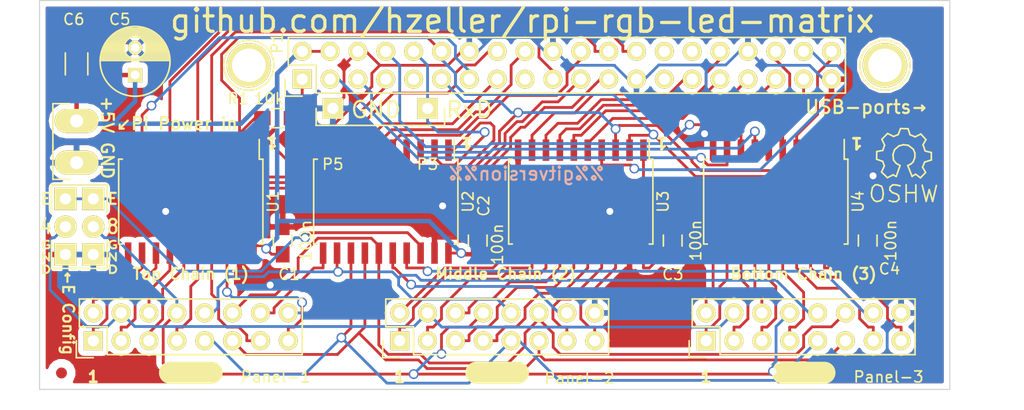
<source format=kicad_pcb>
(kicad_pcb (version 4) (host pcbnew "(2016-02-20 BZR 6576, Git d7e2ffe)-product")
  (layers (0 F.Cu signal) (31 B.Cu signal) (34 B.Paste user) (35 F.Paste user) (36 B.SilkS user) (37 F.SilkS user) (38 B.Mask user) (39 F.Mask user) (44 Edge.Cuts user))
  (net 0 "")
  (net 1 VCC)
  (net 2 GND)
  (net 3 p2_g1)
  (net 4 p2_b1)
  (net 5 strobe)
  (net 6 p2_r1)
  (net 7 p2_r2)
  (net 8 p0_r1)
  (net 9 p0_g1)
  (net 10 OE)
  (net 11 p0_b1)
  (net 12 p0_r2)
  (net 13 p0_g2)
  (net 14 row_D)
  (net 15 row_C)
  (net 16 p0_b2)
  (net 17 clock)
  (net 18 row_B)
  (net 19 row_A)
  (net 20 p1_g1)
  (net 21 p1_b1)
  (net 22 p1_r1)
  (net 23 p1_g2)
  (net 24 p1_r2)
  (net 25 p2_g2)
  (net 26 p1_b2)
  (net 27 p2_b2)
  (net 28 p0_r1_buff)
  (net 29 p0_g1_buff)
  (net 30 p0_b1_buff)
  (net 31 p0_r2_buff)
  (net 32 p0_g2_buff)
  (net 33 p0_b2_buff)
  (net 34 row_A_buff)
  (net 35 row_B_buff)
  (net 36 row_C_buff)
  (net 37 row_D_buff)
  (net 38 clock_buff_0)
  (net 39 strobe_buff_0)
  (net 40 OE_buff_0)
  (net 41 p1_r1_buff)
  (net 42 p1_g1_buff)
  (net 43 p1_b1_buff)
  (net 44 p1_r2_buff)
  (net 45 p1_g2_buf)
  (net 46 p1_b2_buff)
  (net 47 clock_buff_1)
  (net 48 strobe_buff_1)
  (net 49 OE_buff_1)
  (net 50 p2_r1_buff)
  (net 51 p2_g1_buff)
  (net 52 p2_b1_buff)
  (net 53 p2_r2_buff)
  (net 54 p2_g2_buf)
  (net 55 p2_b2_buff)
  (net 56 clock_buff_2)
  (net 57 strobe_buff_2)
  (net 58 OE_buff_2)
  (net 59 "Net-(P1-Pad1)")
  (net 60 row_E)
  (net 61 "Net-(P6-Pad1)")
  (net 62 Sel-Pin4)
  (net 63 Sel-Pin8)
  (module Pin_Headers:Pin_Header_Straight_1x01 (layer F.Cu) (at 110.744 45.847 180)
    (fp_text reference P5 (at 0 -5.1 180) (layer F.SilkS))
    (fp_text value GND (at -3.937 -0.127 180) (layer F.SilkS) (effects (font (size 1.5 1.5) (thickness 0.2))))
    (pad 1 thru_hole rect (at 0 0 180) (size 1.9 1.9) (drill 1.016) (layers *.Cu *.Mask F.SilkS) (net 2 GND))
  )
  (module Pin_Headers:Pin_Header_Straight_1x01 (layer F.Cu) (at 119.38 45.847 180)
    (fp_text reference P3 (at 0 -5.1 180) (layer F.SilkS))
    (fp_text value RxD (at -3.81 -0.127 180) (layer F.SilkS) (effects (font (size 1.5 1.5) (thickness 0.2))))
    (pad 1 thru_hole rect (at 0 0 180) (size 1.9 1.9) (drill 1.016) (layers *.Cu *.Mask F.SilkS) (net 60 row_E))
  )
  (module Pin_Headers:Pin_Header_Straight_1x01 (layer F.Cu) (at 87.376 46.99 90)
    (fp_text reference P2 hide)
    (fp_text value +5V)
    (pad 1 thru_hole oval (at 0 0 90) (size 2.2 4) (drill 1.2) (layers *.Cu *.Mask F.SilkS) (net 1 VCC))
  )
  (module Pin_Headers:Pin_Header_Straight_1x01 (layer F.Cu) (at 87.376 50.8 90)
    (fp_text reference P4 hide)
    (fp_text value GND)
    (pad 1 thru_hole oval (at 0 0 90) (size 2.2 4) (drill 1.2) (layers *.Cu *.Mask F.SilkS) (net 2 GND))
  )
  (module Pin_Headers:Pin_Header_Straight_1x02 (layer F.Cu) (at 86.36 59.182 90)
    (fp_text reference P8 hide)
    (fp_text value CONN_01X02 hide)
    (pad 1 thru_hole rect (at 0 0 90) (size 2.032 2.032) (drill 1.016) (layers *.Cu *.Mask F.SilkS) (net 2 GND))
    (pad 2 thru_hole rect (at 0 2.54 90) (size 2.032 2.032) (drill 1.016) (layers *.Cu *.Mask F.SilkS) (net 2 GND))
  )
  (module Pin_Headers:Pin_Header_Straight_1x02 (layer F.Cu) (at 86.36 54.102 90)
    (fp_text reference P6 hide)
    (fp_text value CONN_01X02 hide)
    (pad 1 thru_hole rect (at 0 0 90) (size 2.032 2.032) (drill 1.016) (layers *.Cu *.Mask F.SilkS) (net 61 "Net-(P6-Pad1)"))
    (pad 2 thru_hole rect (at 0 2.54 90) (size 2.032 2.032) (drill 1.016) (layers *.Cu *.Mask F.SilkS) (net 61 "Net-(P6-Pad1)"))
  )
  (module Pin_Headers:Pin_Header_Straight_1x02 (layer F.Cu) (at 86.36 56.642 90)
    (fp_text reference P7 hide)
    (fp_text value CONN_02X01 hide)
    (pad 1 thru_hole circle (at 0 0 90) (size 2.032 2.032) (drill 1.016) (layers *.Cu *.Mask F.SilkS) (net 62 Sel-Pin4))
    (pad 2 thru_hole oval (at 0 2.54 90) (size 2.032 2.032) (drill 1.016) (layers *.Cu *.Mask F.SilkS) (net 63 Sel-Pin8))
  )
  (module Capacitors_SMD:C_0805_HandSoldering (layer F.Cu) (at 106.172 57.912 90)
    (fp_text reference C1 (at -3.088 0.578 180) (layer F.SilkS))
    (fp_text value 100n (at 0 2.1 90) (layer F.SilkS))
    (pad 1 smd rect (at -1.25 0 90) (size 1.5 1.25) (layers F.Cu F.Paste F.Mask) (net 1 VCC))
    (pad 2 smd rect (at 1.25 0 90) (size 1.5 1.25) (layers F.Cu F.Paste F.Mask) (net 2 GND))
  )
  (module Capacitors_SMD:C_0805_HandSoldering (layer F.Cu) (at 123.952 57.912 90)
    (fp_text reference C2 (at 3.162 0.548 90) (layer F.SilkS))
    (fp_text value 100n (at -0.338 1.798 90) (layer F.SilkS))
    (pad 1 smd rect (at -1.25 0 90) (size 1.5 1.25) (layers F.Cu F.Paste F.Mask) (net 1 VCC))
    (pad 2 smd rect (at 1.25 0 90) (size 1.5 1.25) (layers F.Cu F.Paste F.Mask) (net 2 GND))
  )
  (module Capacitors_SMD:C_0805_HandSoldering (layer F.Cu) (at 141.732 57.912 90)
    (fp_text reference C3 (at -3.088 0.018 180) (layer F.SilkS))
    (fp_text value 100n (at 0 2.1 90) (layer F.SilkS))
    (pad 1 smd rect (at -1.25 0 90) (size 1.5 1.25) (layers F.Cu F.Paste F.Mask) (net 1 VCC))
    (pad 2 smd rect (at 1.25 0 90) (size 1.5 1.25) (layers F.Cu F.Paste F.Mask) (net 2 GND))
  )
  (module Capacitors_SMD:C_0805_HandSoldering (layer F.Cu) (at 159.512 57.912 90)
    (fp_text reference C4 (at -2.588 1.988 180) (layer F.SilkS))
    (fp_text value 100n (at 0 2.1 90) (layer F.SilkS))
    (pad 1 smd rect (at -1.25 0 90) (size 1.5 1.25) (layers F.Cu F.Paste F.Mask) (net 1 VCC))
    (pad 2 smd rect (at 1.25 0 90) (size 1.5 1.25) (layers F.Cu F.Paste F.Mask) (net 2 GND))
  )
  (module Pin_Headers:Pin_Header_Straight_2x20 (layer F.Cu) (at 107.95 43.18 90)
    (fp_text reference P1 (at 3.302 -2.286 90) (layer F.SilkS))
    (fp_text value CONN_02X20 hide)
    (pad 1 thru_hole rect (at 0 0 90) (size 1.7272 1.7272) (drill 1.016) (layers *.Cu *.Mask F.SilkS) (net 59 "Net-(P1-Pad1)"))
    (pad 2 thru_hole oval (at 2.54 0 90) (size 1.7272 1.7272) (drill 1.016) (layers *.Cu *.Mask F.SilkS) (net 1 VCC))
    (pad 3 thru_hole oval (at 0 2.54 90) (size 1.7272 1.7272) (drill 1.016) (layers *.Cu *.Mask F.SilkS) (net 3 p2_g1))
    (pad 4 thru_hole oval (at 2.54 2.54 90) (size 1.7272 1.7272) (drill 1.016) (layers *.Cu *.Mask F.SilkS) (net 1 VCC))
    (pad 5 thru_hole oval (at 0 5.08 90) (size 1.7272 1.7272) (drill 1.016) (layers *.Cu *.Mask F.SilkS) (net 4 p2_b1))
    (pad 6 thru_hole oval (at 2.54 5.08 90) (size 1.7272 1.7272) (drill 1.016) (layers *.Cu *.Mask F.SilkS) (net 2 GND))
    (pad 7 thru_hole oval (at 0 7.62 90) (size 1.7272 1.7272) (drill 1.016) (layers *.Cu *.Mask F.SilkS) (net 5 strobe))
    (pad 8 thru_hole oval (at 2.54 7.62 90) (size 1.7272 1.7272) (drill 1.016) (layers *.Cu *.Mask F.SilkS) (net 6 p2_r1))
    (pad 9 thru_hole oval (at 0 10.16 90) (size 1.7272 1.7272) (drill 1.016) (layers *.Cu *.Mask F.SilkS))
    (pad 10 thru_hole oval (at 2.54 10.16 90) (size 1.7272 1.7272) (drill 1.016) (layers *.Cu *.Mask F.SilkS) (net 60 row_E))
    (pad 11 thru_hole oval (at 0 12.7 90) (size 1.7272 1.7272) (drill 1.016) (layers *.Cu *.Mask F.SilkS) (net 17 clock))
    (pad 12 thru_hole oval (at 2.54 12.7 90) (size 1.7272 1.7272) (drill 1.016) (layers *.Cu *.Mask F.SilkS) (net 10 OE))
    (pad 13 thru_hole oval (at 0 15.24 90) (size 1.7272 1.7272) (drill 1.016) (layers *.Cu *.Mask F.SilkS) (net 9 p0_g1))
    (pad 14 thru_hole oval (at 2.54 15.24 90) (size 1.7272 1.7272) (drill 1.016) (layers *.Cu *.Mask F.SilkS) (net 2 GND))
    (pad 15 thru_hole oval (at 0 17.78 90) (size 1.7272 1.7272) (drill 1.016) (layers *.Cu *.Mask F.SilkS) (net 19 row_A))
    (pad 16 thru_hole oval (at 2.54 17.78 90) (size 1.7272 1.7272) (drill 1.016) (layers *.Cu *.Mask F.SilkS) (net 18 row_B))
    (pad 17 thru_hole oval (at 0 20.32 90) (size 1.7272 1.7272) (drill 1.016) (layers *.Cu *.Mask F.SilkS))
    (pad 18 thru_hole oval (at 2.54 20.32 90) (size 1.7272 1.7272) (drill 1.016) (layers *.Cu *.Mask F.SilkS) (net 15 row_C))
    (pad 19 thru_hole oval (at 0 22.86 90) (size 1.7272 1.7272) (drill 1.016) (layers *.Cu *.Mask F.SilkS) (net 16 p0_b2))
    (pad 20 thru_hole oval (at 2.54 22.86 90) (size 1.7272 1.7272) (drill 1.016) (layers *.Cu *.Mask F.SilkS) (net 2 GND))
    (pad 21 thru_hole oval (at 0 25.4 90) (size 1.7272 1.7272) (drill 1.016) (layers *.Cu *.Mask F.SilkS) (net 13 p0_g2))
    (pad 22 thru_hole oval (at 2.54 25.4 90) (size 1.7272 1.7272) (drill 1.016) (layers *.Cu *.Mask F.SilkS) (net 14 row_D))
    (pad 23 thru_hole oval (at 0 27.94 90) (size 1.7272 1.7272) (drill 1.016) (layers *.Cu *.Mask F.SilkS) (net 8 p0_r1))
    (pad 24 thru_hole oval (at 2.54 27.94 90) (size 1.7272 1.7272) (drill 1.016) (layers *.Cu *.Mask F.SilkS) (net 12 p0_r2))
    (pad 25 thru_hole oval (at 0 30.48 90) (size 1.7272 1.7272) (drill 1.016) (layers *.Cu *.Mask F.SilkS) (net 2 GND))
    (pad 26 thru_hole oval (at 2.54 30.48 90) (size 1.7272 1.7272) (drill 1.016) (layers *.Cu *.Mask F.SilkS) (net 11 p0_b1))
    (pad 27 thru_hole oval (at 0 33.02 90) (size 1.7272 1.7272) (drill 1.016) (layers *.Cu *.Mask F.SilkS))
    (pad 28 thru_hole oval (at 2.54 33.02 90) (size 1.7272 1.7272) (drill 1.016) (layers *.Cu *.Mask F.SilkS))
    (pad 29 thru_hole oval (at 0 35.56 90) (size 1.7272 1.7272) (drill 1.016) (layers *.Cu *.Mask F.SilkS) (net 20 p1_g1))
    (pad 30 thru_hole oval (at 2.54 35.56 90) (size 1.7272 1.7272) (drill 1.016) (layers *.Cu *.Mask F.SilkS))
    (pad 31 thru_hole oval (at 0 38.1 90) (size 1.7272 1.7272) (drill 1.016) (layers *.Cu *.Mask F.SilkS) (net 21 p1_b1))
    (pad 32 thru_hole oval (at 2.54 38.1 90) (size 1.7272 1.7272) (drill 1.016) (layers *.Cu *.Mask F.SilkS) (net 22 p1_r1))
    (pad 33 thru_hole oval (at 0 40.64 90) (size 1.7272 1.7272) (drill 1.016) (layers *.Cu *.Mask F.SilkS) (net 23 p1_g2))
    (pad 34 thru_hole oval (at 2.54 40.64 90) (size 1.7272 1.7272) (drill 1.016) (layers *.Cu *.Mask F.SilkS) (net 2 GND))
    (pad 35 thru_hole oval (at 0 43.18 90) (size 1.7272 1.7272) (drill 1.016) (layers *.Cu *.Mask F.SilkS) (net 24 p1_r2))
    (pad 36 thru_hole oval (at 2.54 43.18 90) (size 1.7272 1.7272) (drill 1.016) (layers *.Cu *.Mask F.SilkS) (net 25 p2_g2))
    (pad 37 thru_hole oval (at 0 45.72 90) (size 1.7272 1.7272) (drill 1.016) (layers *.Cu *.Mask F.SilkS) (net 7 p2_r2))
    (pad 38 thru_hole oval (at 2.54 45.72 90) (size 1.7272 1.7272) (drill 1.016) (layers *.Cu *.Mask F.SilkS) (net 26 p1_b2))
    (pad 39 thru_hole oval (at 0 48.26 90) (size 1.7272 1.7272) (drill 1.016) (layers *.Cu *.Mask F.SilkS) (net 2 GND))
    (pad 40 thru_hole oval (at 2.54 48.26 90) (size 1.7272 1.7272) (drill 1.016) (layers *.Cu *.Mask F.SilkS) (net 27 p2_b2))
  )
  (module Pin_Headers:Pin_Header_Straight_2x08 (layer F.Cu) (at 88.9 67.056 90)
    (fp_text reference Panel-1 (at -3.302 16.637 180) (layer F.SilkS))
    (fp_text value CONN_02X08 hide)
    (pad 1 thru_hole rect (at 0 0 90) (size 1.7272 1.7272) (drill 1.016) (layers *.Cu *.Mask F.SilkS) (net 28 p0_r1_buff))
    (pad 2 thru_hole oval (at 2.54 0 90) (size 1.7272 1.7272) (drill 1.016) (layers *.Cu *.Mask F.SilkS) (net 29 p0_g1_buff))
    (pad 3 thru_hole oval (at 0 2.54 90) (size 1.7272 1.7272) (drill 1.016) (layers *.Cu *.Mask F.SilkS) (net 30 p0_b1_buff))
    (pad 4 thru_hole oval (at 2.54 2.54 90) (size 1.7272 1.7272) (drill 1.016) (layers *.Cu *.Mask F.SilkS) (net 62 Sel-Pin4))
    (pad 5 thru_hole oval (at 0 5.08 90) (size 1.7272 1.7272) (drill 1.016) (layers *.Cu *.Mask F.SilkS) (net 31 p0_r2_buff))
    (pad 6 thru_hole oval (at 2.54 5.08 90) (size 1.7272 1.7272) (drill 1.016) (layers *.Cu *.Mask F.SilkS) (net 32 p0_g2_buff))
    (pad 7 thru_hole oval (at 0 7.62 90) (size 1.7272 1.7272) (drill 1.016) (layers *.Cu *.Mask F.SilkS) (net 33 p0_b2_buff))
    (pad 8 thru_hole oval (at 2.54 7.62 90) (size 1.7272 1.7272) (drill 1.016) (layers *.Cu *.Mask F.SilkS) (net 63 Sel-Pin8))
    (pad 9 thru_hole oval (at 0 10.16 90) (size 1.7272 1.7272) (drill 1.016) (layers *.Cu *.Mask F.SilkS) (net 34 row_A_buff))
    (pad 10 thru_hole oval (at 2.54 10.16 90) (size 1.7272 1.7272) (drill 1.016) (layers *.Cu *.Mask F.SilkS) (net 35 row_B_buff))
    (pad 11 thru_hole oval (at 0 12.7 90) (size 1.7272 1.7272) (drill 1.016) (layers *.Cu *.Mask F.SilkS) (net 36 row_C_buff))
    (pad 12 thru_hole oval (at 2.54 12.7 90) (size 1.7272 1.7272) (drill 1.016) (layers *.Cu *.Mask F.SilkS) (net 37 row_D_buff))
    (pad 13 thru_hole oval (at 0 15.24 90) (size 1.7272 1.7272) (drill 1.016) (layers *.Cu *.Mask F.SilkS) (net 38 clock_buff_0))
    (pad 14 thru_hole oval (at 2.54 15.24 90) (size 1.7272 1.7272) (drill 1.016) (layers *.Cu *.Mask F.SilkS) (net 39 strobe_buff_0))
    (pad 15 thru_hole oval (at 0 17.78 90) (size 1.7272 1.7272) (drill 1.016) (layers *.Cu *.Mask F.SilkS) (net 40 OE_buff_0))
    (pad 16 thru_hole oval (at 2.54 17.78 90) (size 1.7272 1.7272) (drill 1.016) (layers *.Cu *.Mask F.SilkS) (net 2 GND))
  )
  (module Pin_Headers:Pin_Header_Straight_2x08 (layer F.Cu) (at 116.84 67.056 90)
    (fp_text reference Panel-2 (at -3.429 16.383 180) (layer F.SilkS))
    (fp_text value CONN_02X08 hide)
    (pad 1 thru_hole rect (at 0 0 90) (size 1.7272 1.7272) (drill 1.016) (layers *.Cu *.Mask F.SilkS) (net 41 p1_r1_buff))
    (pad 2 thru_hole oval (at 2.54 0 90) (size 1.7272 1.7272) (drill 1.016) (layers *.Cu *.Mask F.SilkS) (net 42 p1_g1_buff))
    (pad 3 thru_hole oval (at 0 2.54 90) (size 1.7272 1.7272) (drill 1.016) (layers *.Cu *.Mask F.SilkS) (net 43 p1_b1_buff))
    (pad 4 thru_hole oval (at 2.54 2.54 90) (size 1.7272 1.7272) (drill 1.016) (layers *.Cu *.Mask F.SilkS) (net 62 Sel-Pin4))
    (pad 5 thru_hole oval (at 0 5.08 90) (size 1.7272 1.7272) (drill 1.016) (layers *.Cu *.Mask F.SilkS) (net 44 p1_r2_buff))
    (pad 6 thru_hole oval (at 2.54 5.08 90) (size 1.7272 1.7272) (drill 1.016) (layers *.Cu *.Mask F.SilkS) (net 45 p1_g2_buf))
    (pad 7 thru_hole oval (at 0 7.62 90) (size 1.7272 1.7272) (drill 1.016) (layers *.Cu *.Mask F.SilkS) (net 46 p1_b2_buff))
    (pad 8 thru_hole oval (at 2.54 7.62 90) (size 1.7272 1.7272) (drill 1.016) (layers *.Cu *.Mask F.SilkS) (net 63 Sel-Pin8))
    (pad 9 thru_hole oval (at 0 10.16 90) (size 1.7272 1.7272) (drill 1.016) (layers *.Cu *.Mask F.SilkS) (net 34 row_A_buff))
    (pad 10 thru_hole oval (at 2.54 10.16 90) (size 1.7272 1.7272) (drill 1.016) (layers *.Cu *.Mask F.SilkS) (net 35 row_B_buff))
    (pad 11 thru_hole oval (at 0 12.7 90) (size 1.7272 1.7272) (drill 1.016) (layers *.Cu *.Mask F.SilkS) (net 36 row_C_buff))
    (pad 12 thru_hole oval (at 2.54 12.7 90) (size 1.7272 1.7272) (drill 1.016) (layers *.Cu *.Mask F.SilkS) (net 37 row_D_buff))
    (pad 13 thru_hole oval (at 0 15.24 90) (size 1.7272 1.7272) (drill 1.016) (layers *.Cu *.Mask F.SilkS) (net 47 clock_buff_1))
    (pad 14 thru_hole oval (at 2.54 15.24 90) (size 1.7272 1.7272) (drill 1.016) (layers *.Cu *.Mask F.SilkS) (net 48 strobe_buff_1))
    (pad 15 thru_hole oval (at 0 17.78 90) (size 1.7272 1.7272) (drill 1.016) (layers *.Cu *.Mask F.SilkS) (net 49 OE_buff_1))
    (pad 16 thru_hole oval (at 2.54 17.78 90) (size 1.7272 1.7272) (drill 1.016) (layers *.Cu *.Mask F.SilkS) (net 2 GND))
  )
  (module Pin_Headers:Pin_Header_Straight_2x08 (layer F.Cu) (at 144.78 67.056 90)
    (fp_text reference Panel-3 (at -3.302 16.637 180) (layer F.SilkS))
    (fp_text value CONN_02X08 hide)
    (pad 1 thru_hole rect (at 0 0 90) (size 1.7272 1.7272) (drill 1.016) (layers *.Cu *.Mask F.SilkS) (net 50 p2_r1_buff))
    (pad 2 thru_hole oval (at 2.54 0 90) (size 1.7272 1.7272) (drill 1.016) (layers *.Cu *.Mask F.SilkS) (net 51 p2_g1_buff))
    (pad 3 thru_hole oval (at 0 2.54 90) (size 1.7272 1.7272) (drill 1.016) (layers *.Cu *.Mask F.SilkS) (net 52 p2_b1_buff))
    (pad 4 thru_hole oval (at 2.54 2.54 90) (size 1.7272 1.7272) (drill 1.016) (layers *.Cu *.Mask F.SilkS) (net 62 Sel-Pin4))
    (pad 5 thru_hole oval (at 0 5.08 90) (size 1.7272 1.7272) (drill 1.016) (layers *.Cu *.Mask F.SilkS) (net 53 p2_r2_buff))
    (pad 6 thru_hole oval (at 2.54 5.08 90) (size 1.7272 1.7272) (drill 1.016) (layers *.Cu *.Mask F.SilkS) (net 54 p2_g2_buf))
    (pad 7 thru_hole oval (at 0 7.62 90) (size 1.7272 1.7272) (drill 1.016) (layers *.Cu *.Mask F.SilkS) (net 55 p2_b2_buff))
    (pad 8 thru_hole oval (at 2.54 7.62 90) (size 1.7272 1.7272) (drill 1.016) (layers *.Cu *.Mask F.SilkS) (net 63 Sel-Pin8))
    (pad 9 thru_hole oval (at 0 10.16 90) (size 1.7272 1.7272) (drill 1.016) (layers *.Cu *.Mask F.SilkS) (net 34 row_A_buff))
    (pad 10 thru_hole oval (at 2.54 10.16 90) (size 1.7272 1.7272) (drill 1.016) (layers *.Cu *.Mask F.SilkS) (net 35 row_B_buff))
    (pad 11 thru_hole oval (at 0 12.7 90) (size 1.7272 1.7272) (drill 1.016) (layers *.Cu *.Mask F.SilkS) (net 36 row_C_buff))
    (pad 12 thru_hole oval (at 2.54 12.7 90) (size 1.7272 1.7272) (drill 1.016) (layers *.Cu *.Mask F.SilkS) (net 37 row_D_buff))
    (pad 13 thru_hole oval (at 0 15.24 90) (size 1.7272 1.7272) (drill 1.016) (layers *.Cu *.Mask F.SilkS) (net 56 clock_buff_2))
    (pad 14 thru_hole oval (at 2.54 15.24 90) (size 1.7272 1.7272) (drill 1.016) (layers *.Cu *.Mask F.SilkS) (net 57 strobe_buff_2))
    (pad 15 thru_hole oval (at 0 17.78 90) (size 1.7272 1.7272) (drill 1.016) (layers *.Cu *.Mask F.SilkS) (net 58 OE_buff_2))
    (pad 16 thru_hole oval (at 2.54 17.78 90) (size 1.7272 1.7272) (drill 1.016) (layers *.Cu *.Mask F.SilkS) (net 2 GND))
  )
  (module Connect:1pin (layer F.Cu) (at 103.08 41.91)
    (fp_text reference P20 hide)
    (fp_text value CONN_01X01 hide)
    (pad 1 thru_hole circle (at 0 0) (size 4.064 4.064) (drill 3.048) (layers *.Cu *.Mask F.SilkS))
  )
  (module Connect:1pin (layer F.Cu) (at 161.08 41.91)
    (fp_text reference P21 hide)
    (fp_text value CONN_01X01 hide)
    (pad 1 thru_hole circle (at 0 0) (size 4.064 4.064) (drill 3.048) (layers *.Cu *.Mask F.SilkS))
  )
  (module Housings_SOIC:SOIC-20_7.5x12.8mm_Pitch1.27mm (layer F.Cu) (at 97.79 54.356 270)
    (fp_text reference U1 (at 0 -7.5 270) (layer F.SilkS))
    (fp_text value 74HCT245)
    (pad 1 smd rect (at -4.7 -5.715 270) (size 1.95 0.6) (layers F.Cu F.Paste F.Mask) (net 1 VCC))
    (pad 2 smd rect (at -4.7 -4.445 270) (size 1.95 0.6) (layers F.Cu F.Paste F.Mask) (net 10 OE))
    (pad 3 smd rect (at -4.7 -3.175 270) (size 1.95 0.6) (layers F.Cu F.Paste F.Mask) (net 17 clock))
    (pad 4 smd rect (at -4.7 -1.905 270) (size 1.95 0.6) (layers F.Cu F.Paste F.Mask) (net 16 p0_b2))
    (pad 5 smd rect (at -4.7 -0.635 270) (size 1.95 0.6) (layers F.Cu F.Paste F.Mask) (net 12 p0_r2))
    (pad 6 smd rect (at -4.7 0.635 270) (size 1.95 0.6) (layers F.Cu F.Paste F.Mask) (net 13 p0_g2))
    (pad 7 smd rect (at -4.7 1.905 270) (size 1.95 0.6) (layers F.Cu F.Paste F.Mask) (net 11 p0_b1))
    (pad 8 smd rect (at -4.7 3.175 270) (size 1.95 0.6) (layers F.Cu F.Paste F.Mask) (net 8 p0_r1))
    (pad 9 smd rect (at -4.7 4.445 270) (size 1.95 0.6) (layers F.Cu F.Paste F.Mask) (net 9 p0_g1))
    (pad 10 smd rect (at -4.7 5.715 270) (size 1.95 0.6) (layers F.Cu F.Paste F.Mask) (net 2 GND))
    (pad 11 smd rect (at 4.7 5.715 270) (size 1.95 0.6) (layers F.Cu F.Paste F.Mask) (net 29 p0_g1_buff))
    (pad 12 smd rect (at 4.7 4.445 270) (size 1.95 0.6) (layers F.Cu F.Paste F.Mask) (net 28 p0_r1_buff))
    (pad 13 smd rect (at 4.7 3.175 270) (size 1.95 0.6) (layers F.Cu F.Paste F.Mask) (net 30 p0_b1_buff))
    (pad 14 smd rect (at 4.7 1.905 270) (size 1.95 0.6) (layers F.Cu F.Paste F.Mask) (net 32 p0_g2_buff))
    (pad 15 smd rect (at 4.7 0.635 270) (size 1.95 0.6) (layers F.Cu F.Paste F.Mask) (net 31 p0_r2_buff))
    (pad 16 smd rect (at 4.7 -0.635 270) (size 1.95 0.6) (layers F.Cu F.Paste F.Mask) (net 33 p0_b2_buff))
    (pad 17 smd rect (at 4.7 -1.905 270) (size 1.95 0.6) (layers F.Cu F.Paste F.Mask) (net 38 clock_buff_0))
    (pad 18 smd rect (at 4.7 -3.175 270) (size 1.95 0.6) (layers F.Cu F.Paste F.Mask) (net 40 OE_buff_0))
    (pad 19 smd rect (at 4.7 -4.445 270) (size 1.95 0.6) (layers F.Cu F.Paste F.Mask) (net 2 GND))
    (pad 20 smd rect (at 4.7 -5.715 270) (size 1.95 0.6) (layers F.Cu F.Paste F.Mask) (net 1 VCC))
  )
  (module Housings_SOIC:SOIC-20_7.5x12.8mm_Pitch1.27mm (layer F.Cu) (at 115.57 54.356 270)
    (fp_text reference U2 (at 0 -7.5 270) (layer F.SilkS))
    (fp_text value 74HCT245)
    (pad 1 smd rect (at -4.7 -5.715 270) (size 1.95 0.6) (layers F.Cu F.Paste F.Mask) (net 1 VCC))
    (pad 2 smd rect (at -4.7 -4.445 270) (size 1.95 0.6) (layers F.Cu F.Paste F.Mask) (net 60 row_E))
    (pad 3 smd rect (at -4.7 -3.175 270) (size 1.95 0.6) (layers F.Cu F.Paste F.Mask) (net 5 strobe))
    (pad 4 smd rect (at -4.7 -1.905 270) (size 1.95 0.6) (layers F.Cu F.Paste F.Mask) (net 5 strobe))
    (pad 5 smd rect (at -4.7 -0.635 270) (size 1.95 0.6) (layers F.Cu F.Paste F.Mask) (net 14 row_D))
    (pad 6 smd rect (at -4.7 0.635 270) (size 1.95 0.6) (layers F.Cu F.Paste F.Mask) (net 15 row_C))
    (pad 7 smd rect (at -4.7 1.905 270) (size 1.95 0.6) (layers F.Cu F.Paste F.Mask) (net 19 row_A))
    (pad 8 smd rect (at -4.7 3.175 270) (size 1.95 0.6) (layers F.Cu F.Paste F.Mask) (net 18 row_B))
    (pad 9 smd rect (at -4.7 4.445 270) (size 1.95 0.6) (layers F.Cu F.Paste F.Mask) (net 5 strobe))
    (pad 10 smd rect (at -4.7 5.715 270) (size 1.95 0.6) (layers F.Cu F.Paste F.Mask) (net 2 GND))
    (pad 11 smd rect (at 4.7 5.715 270) (size 1.95 0.6) (layers F.Cu F.Paste F.Mask) (net 39 strobe_buff_0))
    (pad 12 smd rect (at 4.7 4.445 270) (size 1.95 0.6) (layers F.Cu F.Paste F.Mask) (net 35 row_B_buff))
    (pad 13 smd rect (at 4.7 3.175 270) (size 1.95 0.6) (layers F.Cu F.Paste F.Mask) (net 34 row_A_buff))
    (pad 14 smd rect (at 4.7 1.905 270) (size 1.95 0.6) (layers F.Cu F.Paste F.Mask) (net 36 row_C_buff))
    (pad 15 smd rect (at 4.7 0.635 270) (size 1.95 0.6) (layers F.Cu F.Paste F.Mask) (net 37 row_D_buff))
    (pad 16 smd rect (at 4.7 -0.635 270) (size 1.95 0.6) (layers F.Cu F.Paste F.Mask) (net 48 strobe_buff_1))
    (pad 17 smd rect (at 4.7 -1.905 270) (size 1.95 0.6) (layers F.Cu F.Paste F.Mask) (net 57 strobe_buff_2))
    (pad 18 smd rect (at 4.7 -3.175 270) (size 1.95 0.6) (layers F.Cu F.Paste F.Mask) (net 61 "Net-(P6-Pad1)"))
    (pad 19 smd rect (at 4.7 -4.445 270) (size 1.95 0.6) (layers F.Cu F.Paste F.Mask) (net 2 GND))
    (pad 20 smd rect (at 4.7 -5.715 270) (size 1.95 0.6) (layers F.Cu F.Paste F.Mask) (net 1 VCC))
  )
  (module Housings_SOIC:SOIC-20_7.5x12.8mm_Pitch1.27mm (layer F.Cu) (at 133.35 54.356 270)
    (fp_text reference U3 (at 0 -7.5 270) (layer F.SilkS))
    (fp_text value 74HCT245)
    (pad 1 smd rect (at -4.7 -5.715 270) (size 1.95 0.6) (layers F.Cu F.Paste F.Mask) (net 1 VCC))
    (pad 2 smd rect (at -4.7 -4.445 270) (size 1.95 0.6) (layers F.Cu F.Paste F.Mask) (net 10 OE))
    (pad 3 smd rect (at -4.7 -3.175 270) (size 1.95 0.6) (layers F.Cu F.Paste F.Mask) (net 17 clock))
    (pad 4 smd rect (at -4.7 -1.905 270) (size 1.95 0.6) (layers F.Cu F.Paste F.Mask) (net 26 p1_b2))
    (pad 5 smd rect (at -4.7 -0.635 270) (size 1.95 0.6) (layers F.Cu F.Paste F.Mask) (net 24 p1_r2))
    (pad 6 smd rect (at -4.7 0.635 270) (size 1.95 0.6) (layers F.Cu F.Paste F.Mask) (net 23 p1_g2))
    (pad 7 smd rect (at -4.7 1.905 270) (size 1.95 0.6) (layers F.Cu F.Paste F.Mask) (net 21 p1_b1))
    (pad 8 smd rect (at -4.7 3.175 270) (size 1.95 0.6) (layers F.Cu F.Paste F.Mask) (net 22 p1_r1))
    (pad 9 smd rect (at -4.7 4.445 270) (size 1.95 0.6) (layers F.Cu F.Paste F.Mask) (net 20 p1_g1))
    (pad 10 smd rect (at -4.7 5.715 270) (size 1.95 0.6) (layers F.Cu F.Paste F.Mask) (net 2 GND))
    (pad 11 smd rect (at 4.7 5.715 270) (size 1.95 0.6) (layers F.Cu F.Paste F.Mask) (net 42 p1_g1_buff))
    (pad 12 smd rect (at 4.7 4.445 270) (size 1.95 0.6) (layers F.Cu F.Paste F.Mask) (net 41 p1_r1_buff))
    (pad 13 smd rect (at 4.7 3.175 270) (size 1.95 0.6) (layers F.Cu F.Paste F.Mask) (net 43 p1_b1_buff))
    (pad 14 smd rect (at 4.7 1.905 270) (size 1.95 0.6) (layers F.Cu F.Paste F.Mask) (net 45 p1_g2_buf))
    (pad 15 smd rect (at 4.7 0.635 270) (size 1.95 0.6) (layers F.Cu F.Paste F.Mask) (net 44 p1_r2_buff))
    (pad 16 smd rect (at 4.7 -0.635 270) (size 1.95 0.6) (layers F.Cu F.Paste F.Mask) (net 46 p1_b2_buff))
    (pad 17 smd rect (at 4.7 -1.905 270) (size 1.95 0.6) (layers F.Cu F.Paste F.Mask) (net 47 clock_buff_1))
    (pad 18 smd rect (at 4.7 -3.175 270) (size 1.95 0.6) (layers F.Cu F.Paste F.Mask) (net 49 OE_buff_1))
    (pad 19 smd rect (at 4.7 -4.445 270) (size 1.95 0.6) (layers F.Cu F.Paste F.Mask) (net 2 GND))
    (pad 20 smd rect (at 4.7 -5.715 270) (size 1.95 0.6) (layers F.Cu F.Paste F.Mask) (net 1 VCC))
  )
  (module Housings_SOIC:SOIC-20_7.5x12.8mm_Pitch1.27mm (layer F.Cu) (at 151.13 54.356 270)
    (fp_text reference U4 (at 0 -7.5 270) (layer F.SilkS))
    (fp_text value 74HCT245)
    (pad 1 smd rect (at -4.7 -5.715 270) (size 1.95 0.6) (layers F.Cu F.Paste F.Mask) (net 1 VCC))
    (pad 2 smd rect (at -4.7 -4.445 270) (size 1.95 0.6) (layers F.Cu F.Paste F.Mask) (net 10 OE))
    (pad 3 smd rect (at -4.7 -3.175 270) (size 1.95 0.6) (layers F.Cu F.Paste F.Mask) (net 17 clock))
    (pad 4 smd rect (at -4.7 -1.905 270) (size 1.95 0.6) (layers F.Cu F.Paste F.Mask) (net 27 p2_b2))
    (pad 5 smd rect (at -4.7 -0.635 270) (size 1.95 0.6) (layers F.Cu F.Paste F.Mask) (net 7 p2_r2))
    (pad 6 smd rect (at -4.7 0.635 270) (size 1.95 0.6) (layers F.Cu F.Paste F.Mask) (net 25 p2_g2))
    (pad 7 smd rect (at -4.7 1.905 270) (size 1.95 0.6) (layers F.Cu F.Paste F.Mask) (net 4 p2_b1))
    (pad 8 smd rect (at -4.7 3.175 270) (size 1.95 0.6) (layers F.Cu F.Paste F.Mask) (net 6 p2_r1))
    (pad 9 smd rect (at -4.7 4.445 270) (size 1.95 0.6) (layers F.Cu F.Paste F.Mask) (net 3 p2_g1))
    (pad 10 smd rect (at -4.7 5.715 270) (size 1.95 0.6) (layers F.Cu F.Paste F.Mask) (net 2 GND))
    (pad 11 smd rect (at 4.7 5.715 270) (size 1.95 0.6) (layers F.Cu F.Paste F.Mask) (net 51 p2_g1_buff))
    (pad 12 smd rect (at 4.7 4.445 270) (size 1.95 0.6) (layers F.Cu F.Paste F.Mask) (net 50 p2_r1_buff))
    (pad 13 smd rect (at 4.7 3.175 270) (size 1.95 0.6) (layers F.Cu F.Paste F.Mask) (net 52 p2_b1_buff))
    (pad 14 smd rect (at 4.7 1.905 270) (size 1.95 0.6) (layers F.Cu F.Paste F.Mask) (net 54 p2_g2_buf))
    (pad 15 smd rect (at 4.7 0.635 270) (size 1.95 0.6) (layers F.Cu F.Paste F.Mask) (net 53 p2_r2_buff))
    (pad 16 smd rect (at 4.7 -0.635 270) (size 1.95 0.6) (layers F.Cu F.Paste F.Mask) (net 55 p2_b2_buff))
    (pad 17 smd rect (at 4.7 -1.905 270) (size 1.95 0.6) (layers F.Cu F.Paste F.Mask) (net 56 clock_buff_2))
    (pad 18 smd rect (at 4.7 -3.175 270) (size 1.95 0.6) (layers F.Cu F.Paste F.Mask) (net 58 OE_buff_2))
    (pad 19 smd rect (at 4.7 -4.445 270) (size 1.95 0.6) (layers F.Cu F.Paste F.Mask) (net 2 GND))
    (pad 20 smd rect (at 4.7 -5.715 270) (size 1.95 0.6) (layers F.Cu F.Paste F.Mask) (net 1 VCC))
  )
  (module Resistors_SMD:R_0805_HandSoldering (layer F.Cu) (at 105.664 46.736)
    (fp_text reference R1 (at -3.556 -1.778) (layer F.SilkS))
    (fp_text value 10k (at -0.762 -1.778) (layer F.SilkS))
    (pad 1 smd rect (at -1.35 0) (size 1.5 1.3) (layers F.Cu F.Paste F.Mask) (net 10 OE))
    (pad 2 smd rect (at 1.35 0) (size 1.5 1.3) (layers F.Cu F.Paste F.Mask) (net 59 "Net-(P1-Pad1)"))
  )
  (module Capacitors_ThroughHole:C_Radial_D6.3_L11.2_P2.5 (layer F.Cu) (at 92.71 42.799 90)
    (fp_text reference C5 (at 5.08 -1.397 180) (layer F.SilkS))
    (fp_text value 22u)
    (pad 2 thru_hole circle (at 2.5 0 90) (size 1.3 1.3) (drill 0.8) (layers *.Cu *.Mask F.SilkS) (net 2 GND))
    (pad 1 thru_hole rect (at 0 0 90) (size 1.3 1.3) (drill 0.8) (layers *.Cu *.Mask F.SilkS) (net 1 VCC))
  )
  (module Capacitors_SMD:C_1206_HandSoldering (layer F.Cu) (at 87.376 41.783 90)
    (fp_text reference C6 (at 4.064 -0.254 180) (layer F.SilkS))
    (fp_text value 22u)
    (pad 1 smd rect (at -2 0 90) (size 2 1.6) (layers F.Cu F.Paste F.Mask) (net 1 VCC))
    (pad 2 smd rect (at 2 0 90) (size 2 1.6) (layers F.Cu F.Paste F.Mask) (net 2 GND))
  )
  (module Fiducials:Fiducial_1mm_Dia_2.54mm_Outer_CopperTop (layer F.Cu) (at 164 39)
    (fp_text reference REF** hide)
    (fp_text value TopRight)
    (pad ~ smd circle (at 0 0) (size 1 1) (layers F.Cu F.Mask) (clearance 0.77))
  )
  (module Fiducials:Fiducial_1mm_Dia_2.54mm_Outer_CopperTop (layer F.Cu) (at 86 70)
    (fp_text reference REF** hide)
    (fp_text value BottomLeft)
    (pad ~ smd circle (at 0 0) (size 1 1) (layers F.Cu F.Mask) (clearance 0.77))
  )
  (module Symbols:Symbol_OSHW-Logo_SilkScreen (layer F.Cu) (at 162.814 50.165)
    (fp_text reference REF** hide)
    (fp_text value Symbol_OSHW-Logo_SilkScreen hide)
  )
  (gr_text "G\nN\nD" (at 90.678 59.436) (layer F.SilkS) (effects (font (size 0.7 1) (thickness 0.175))))
  (gr_text E (at 90.678 54.102 360) (layer F.SilkS) (effects (font (size 1 1) (thickness 0.2))))
  (gr_text "G\nN\nD" (at 84.582 59.436) (layer F.SilkS) (effects (font (size 0.7 1) (thickness 0.175))))
  (gr_text E (at 84.582 54.102 360) (layer F.SilkS) (effects (font (size 1 1) (thickness 0.2))))
  (gr_text "←E Config" (at 86.614 64.516 270) (layer F.SilkS) (effects (font (size 1 1) (thickness 0.2))))
  (gr_text "↙Pi Power in" (at 96.52 47.244) (layer F.SilkS) (effects (font (size 1.1 1.1) (thickness 0.2))))
  (gr_text 8 (at 90.678 56.642) (layer F.SilkS) (effects (font (size 1.3 1.1) (thickness 0.2))))
  (gr_text "+5V GND" (at 90.17 48.514 270) (layer F.SilkS) (effects (font (size 1.1 1.1) (thickness 0.2))))
  (gr_text "4\n" (at 84.582 56.642) (layer F.SilkS) (effects (font (size 1.3 1.1) (thickness 0.2))))
  (gr_text 1 (at 144.78 70.358) (layer F.SilkS) (effects (font (size 1 1) (thickness 0.25))))
  (gr_text 1 (at 116.84 70.358) (layer F.SilkS) (effects (font (size 1 1) (thickness 0.25))))
  (gr_text 1 (at 88.9 70.358) (layer F.SilkS) (effects (font (size 1 1) (thickness 0.25))))
  (gr_text 1 (at 105.156 49.022 180) (layer F.SilkS) (effects (font (size 1 1) (thickness 0.25))))
  (gr_text 1 (at 158.496 49.022 180) (layer F.SilkS) (effects (font (size 1 1) (thickness 0.25))))
  (gr_text 1 (at 140.716 49.022 180) (layer F.SilkS) (effects (font (size 1 1) (thickness 0.25))))
  (gr_text %%gitversion%% (at 135.636 51.816) (layer B.SilkS) (effects (font (size 1.2 1.2) (thickness 0.2)) (justify left mirror)))
  (gr_text 1 (at 122.936 49.022 180) (layer F.SilkS) (effects (font (size 1 1) (thickness 0.25))))
  (gr_text github.com/hzeller/rpi-rgb-led-matrix (at 128.016 37.846) (layer F.SilkS) (effects (font (size 2.1 2.1) (thickness 0.3))))
  (gr_text USB-ports→ (at 165.1 45.72) (layer F.SilkS) (effects (font (size 1.2 1.2) (thickness 0.2)) (justify right)))
  (gr_line (start 151.765 69.977) (end 155.575 69.977) (angle 90) (layer F.SilkS) (width 2))
  (gr_line (start 95.885 69.977) (end 99.695 69.977) (angle 90) (layer F.SilkS) (width 2))
  (gr_line (start 123.825 69.977) (end 127.635 69.977) (angle 90) (layer F.SilkS) (width 2))
  (gr_text "Bottom Chain (3)\n" (at 153.67 60.96) (layer F.SilkS) (effects (font (size 1 1) (thickness 0.2))))
  (gr_text "Middle Chain (2)" (at 126.492 60.96) (layer F.SilkS) (effects (font (size 1 1) (thickness 0.2))))
  (gr_text "Top Chain (1)" (at 97.79 60.96) (layer F.SilkS) (effects (font (size 1 1) (thickness 0.2))))
  (gr_line (start 84 71.5) (end 84 36) (angle 90) (layer Edge.Cuts) (width 0.1))
  (gr_line (start 84 36) (end 167 36) (angle 90) (layer Edge.Cuts) (width 0.1))
  (gr_line (start 167 36) (end 167 71.5) (angle 90) (layer Edge.Cuts) (width 0.1))
  (gr_line (start 167 71.5) (end 84 71.5) (angle 90) (layer Edge.Cuts) (width 0.1))
  (segment (start 92.71 42.799) (end 88.36 42.799) (width 0.4064) (layer F.Cu) (net 1))
  (segment (start 88.36 42.799) (end 87.376 43.783) (width 0.4064) (layer F.Cu) (net 1))
  (segment (start 87.376 43.783) (end 87.376 47.244) (width 0.4064) (layer F.Cu) (net 1))
  (segment (start 87.376 47.244) (end 89.662 47.244) (width 0.4064) (layer B.Cu) (net 1))
  (segment (start 89.662 47.244) (end 90.805 47.244) (width 0.4064) (layer B.Cu) (net 1))
  (segment (start 125.429971 47.500229) (end 125.429971 48.765771) (width 0.254) (layer F.Cu) (net 1))
  (segment (start 121.715258 49.656) (end 124.190759 47.180499) (width 0.254) (layer F.Cu) (net 1))
  (segment (start 107.5698 51.5618) (end 104.5845 48.5765) (width 0.254) (layer F.Cu) (net 1))
  (segment (start 122.633942 51.5618) (end 107.5698 51.5618) (width 0.254) (layer F.Cu) (net 1))
  (segment (start 125.429971 48.765771) (end 122.633942 51.5618) (width 0.254) (layer F.Cu) (net 1))
  (segment (start 125.110241 47.180499) (end 125.429971 47.500229) (width 0.254) (layer F.Cu) (net 1))
  (segment (start 121.285 49.656) (end 121.715258 49.656) (width 0.254) (layer F.Cu) (net 1))
  (segment (start 124.190759 47.180499) (end 125.110241 47.180499) (width 0.254) (layer F.Cu) (net 1))
  (segment (start 92.71 42.799) (end 92.71 45.212) (width 0.4064) (layer B.Cu) (net 1))
  (segment (start 90.805 47.117) (end 90.805 47.244) (width 0.4064) (layer B.Cu) (net 1))
  (segment (start 90.678 47.244) (end 90.805 47.117) (width 0.4064) (layer B.Cu) (net 1))
  (segment (start 92.71 45.212) (end 90.678 47.244) (width 0.4064) (layer B.Cu) (net 1))
  (segment (start 90.805 47.244) (end 102.362 47.244) (width 0.4064) (layer B.Cu) (net 1))
  (segment (start 102.362 47.244) (end 105.664 43.942) (width 0.4064) (layer B.Cu) (net 1))
  (segment (start 139.065 51.0123) (end 139.065 54.102) (width 0.254) (layer F.Cu) (net 1))
  (segment (start 139.065 49.656) (end 139.065 51.0123) (width 0.254) (layer F.Cu) (net 1))
  (segment (start 139.065 54.102) (end 139.192 54.102) (width 0.254) (layer F.Cu) (net 1))
  (segment (start 142.7383 59.162) (end 143.022 59.162) (width 0.254) (layer F.Cu) (net 1))
  (segment (start 141.732 59.162) (end 142.7383 59.162) (width 0.254) (layer F.Cu) (net 1))
  (segment (start 143.256 58.928) (end 143.256 54.102) (width 0.254) (layer F.Cu) (net 1))
  (segment (start 143.022 59.162) (end 143.256 58.928) (width 0.254) (layer F.Cu) (net 1))
  (segment (start 156.845 51.0123) (end 156.845 53.975) (width 0.254) (layer F.Cu) (net 1))
  (segment (start 156.845 49.656) (end 156.845 51.0123) (width 0.254) (layer F.Cu) (net 1))
  (segment (start 156.845 53.975) (end 156.718 54.102) (width 0.254) (layer F.Cu) (net 1))
  (segment (start 156.845 57.6997) (end 156.845 54.229) (width 0.254) (layer F.Cu) (net 1))
  (segment (start 156.845 58.3778) (end 156.845 57.6997) (width 0.254) (layer F.Cu) (net 1))
  (segment (start 129.54 54.102) (end 139.192 54.102) (width 0.4064) (layer F.Cu) (net 1))
  (segment (start 139.192 54.102) (end 143.256 54.102) (width 0.4064) (layer F.Cu) (net 1))
  (segment (start 129.54 54.102) (end 124.48 59.162) (width 0.4064) (layer F.Cu) (net 1))
  (segment (start 143.256 54.102) (end 156.718 54.102) (width 0.4064) (layer F.Cu) (net 1))
  (segment (start 156.845 54.229) (end 156.718 54.102) (width 0.254) (layer F.Cu) (net 1))
  (segment (start 122.448 59.056) (end 122.554 59.162) (width 0.4064) (layer F.Cu) (net 1))
  (segment (start 122.554 59.162) (end 124.48 59.162) (width 0.4064) (layer F.Cu) (net 1))
  (segment (start 122.448 59.056) (end 119.526 56.134) (width 0.4064) (layer B.Cu) (net 1))
  (via (at 122.448 59.056) (size 0.889) (layers F.Cu B.Cu) (net 1))
  (segment (start 119.526 56.134) (end 105.664 56.134) (width 0.4064) (layer B.Cu) (net 1))
  (segment (start 104.6595 58.6558) (end 105.664 57.6513) (width 0.4064) (layer B.Cu) (net 1))
  (via (at 104.6595 58.6558) (size 0.889) (layers F.Cu B.Cu) (net 1))
  (segment (start 105.664 57.6513) (end 105.664 56.134) (width 0.4064) (layer B.Cu) (net 1))
  (segment (start 107.188 41.148) (end 107.442 41.148) (width 0.4064) (layer B.Cu) (net 1))
  (segment (start 105.664 43.942) (end 105.664 42.672) (width 0.4064) (layer B.Cu) (net 1))
  (segment (start 105.664 42.672) (end 107.188 41.148) (width 0.4064) (layer B.Cu) (net 1))
  (segment (start 105.664 56.134) (end 105.664 47.244) (width 0.4064) (layer B.Cu) (net 1))
  (segment (start 105.664 47.244) (end 105.664 43.942) (width 0.4064) (layer B.Cu) (net 1))
  (segment (start 107.442 41.148) (end 107.95 40.64) (width 0.4064) (layer B.Cu) (net 1))
  (segment (start 159.512 59.162) (end 158.5057 59.162) (width 0.254) (layer F.Cu) (net 1))
  (segment (start 156.845 58.3778) (end 157.7215 58.3778) (width 0.254) (layer F.Cu) (net 1))
  (segment (start 157.7215 58.3778) (end 158.5057 59.162) (width 0.254) (layer F.Cu) (net 1))
  (segment (start 156.845 59.056) (end 156.845 58.3778) (width 0.254) (layer F.Cu) (net 1))
  (segment (start 104.5845 48.5765) (end 103.505 49.656) (width 0.4064) (layer F.Cu) (net 1))
  (segment (start 107.95 40.64) (end 107.696 40.64) (width 0.4064) (layer F.Cu) (net 1))
  (segment (start 107.696 40.64) (end 105.664 42.672) (width 0.4064) (layer F.Cu) (net 1))
  (segment (start 105.664 42.672) (end 105.664 47.497) (width 0.4064) (layer F.Cu) (net 1))
  (segment (start 105.664 47.497) (end 104.5845 48.5765) (width 0.4064) (layer F.Cu) (net 1))
  (segment (start 104.6595 58.6558) (end 105.1657 59.162) (width 0.254) (layer F.Cu) (net 1))
  (segment (start 103.505 58.3778) (end 104.3815 58.3778) (width 0.254) (layer F.Cu) (net 1))
  (segment (start 104.3815 58.3778) (end 104.6595 58.6558) (width 0.254) (layer F.Cu) (net 1))
  (segment (start 106.172 59.162) (end 105.1657 59.162) (width 0.254) (layer F.Cu) (net 1))
  (segment (start 103.505 59.056) (end 103.505 58.3778) (width 0.254) (layer F.Cu) (net 1))
  (segment (start 122.448 59.056) (end 122.8397 59.056) (width 0.254) (layer F.Cu) (net 1))
  (segment (start 122.8397 59.056) (end 122.9457 59.162) (width 0.254) (layer F.Cu) (net 1))
  (segment (start 121.285 59.056) (end 122.448 59.056) (width 0.254) (layer F.Cu) (net 1))
  (segment (start 123.952 59.162) (end 122.9457 59.162) (width 0.254) (layer F.Cu) (net 1))
  (segment (start 141.732 59.162) (end 140.7257 59.162) (width 0.254) (layer F.Cu) (net 1))
  (segment (start 139.065 59.056) (end 139.065 60.4123) (width 0.254) (layer F.Cu) (net 1))
  (segment (start 139.065 60.4123) (end 139.6012 60.4123) (width 0.254) (layer F.Cu) (net 1))
  (segment (start 139.6012 60.4123) (end 140.7257 59.2878) (width 0.254) (layer F.Cu) (net 1))
  (segment (start 140.7257 59.2878) (end 140.7257 59.162) (width 0.254) (layer F.Cu) (net 1))
  (segment (start 107.95 40.64) (end 110.49 40.64) (width 0.254) (layer F.Cu) (net 1))
  (segment (start 108.966 64.516) (end 109.347 64.135) (width 0.254) (layer B.Cu) (net 2))
  (segment (start 109.347 64.135) (end 109.347 63.373) (width 0.254) (layer B.Cu) (net 2))
  (segment (start 106.68 64.516) (end 108.966 64.516) (width 0.254) (layer B.Cu) (net 2))
  (segment (start 107.95 61.976) (end 109.347 63.373) (width 0.254) (layer B.Cu) (net 2))
  (segment (start 105.657617 61.976) (end 107.95 61.976) (width 0.254) (layer B.Cu) (net 2))
  (segment (start 105.029 61.976) (end 105.657617 61.976) (width 0.254) (layer B.Cu) (net 2))
  (segment (start 102.235 59.056) (end 102.235 59.731) (width 0.254) (layer F.Cu) (net 2))
  (segment (start 102.235 59.731) (end 104.48 61.976) (width 0.254) (layer F.Cu) (net 2))
  (segment (start 104.48 61.976) (end 105.029 61.976) (width 0.254) (layer F.Cu) (net 2))
  (via (at 105.029 61.976) (size 0.889) (drill 0.635) (layers F.Cu B.Cu) (net 2))
  (segment (start 107.051 56.662) (end 106.172 56.662) (width 0.254) (layer F.Cu) (net 2))
  (segment (start 120.015 57.6997) (end 118.703291 56.387991) (width 0.254) (layer F.Cu) (net 2))
  (segment (start 107.325009 56.387991) (end 107.051 56.662) (width 0.254) (layer F.Cu) (net 2))
  (segment (start 118.703291 56.387991) (end 107.325009 56.387991) (width 0.254) (layer F.Cu) (net 2))
  (segment (start 127.635 51.0123) (end 124.9583 53.689) (width 0.254) (layer F.Cu) (net 2))
  (segment (start 124.9583 53.689) (end 124.9583 56.662) (width 0.254) (layer F.Cu) (net 2))
  (segment (start 123.952 56.662) (end 124.9583 56.662) (width 0.254) (layer F.Cu) (net 2))
  (segment (start 127.635 49.656) (end 127.635 51.0123) (width 0.254) (layer F.Cu) (net 2))
  (segment (start 113.03 40.64) (end 111.76 41.91) (width 0.254) (layer F.Cu) (net 2))
  (segment (start 111.76 41.91) (end 111.76 44.831) (width 0.254) (layer F.Cu) (net 2))
  (segment (start 111.76 44.831) (end 110.744 45.847) (width 0.254) (layer F.Cu) (net 2))
  (segment (start 87.376 39.783) (end 92.194 39.783) (width 0.4064) (layer F.Cu) (net 2))
  (segment (start 92.194 39.783) (end 92.71 40.299) (width 0.4064) (layer F.Cu) (net 2))
  (segment (start 147.812 40.64) (end 147.3451 41.1069) (width 0.254) (layer B.Cu) (net 2))
  (segment (start 147.3451 41.1069) (end 146.5671 41.8849) (width 0.254) (layer B.Cu) (net 2))
  (segment (start 146.5671 41.8849) (end 144.78 41.8849) (width 0.254) (layer B.Cu) (net 2))
  (segment (start 147.812 40.64) (end 148.59 40.64) (width 0.254) (layer B.Cu) (net 2))
  (segment (start 129.55645 40.11555) (end 130.0809 40.64) (width 0.254) (layer B.Cu) (net 2))
  (segment (start 130.0809 40.64) (end 130.81 40.64) (width 0.254) (layer B.Cu) (net 2))
  (segment (start 154.95645 42.65555) (end 155.4809 43.18) (width 0.254) (layer B.Cu) (net 2))
  (segment (start 155.4809 43.18) (end 156.21 43.18) (width 0.254) (layer B.Cu) (net 2))
  (segment (start 139.1591 43.18) (end 139.6749 42.6642) (width 0.254) (layer B.Cu) (net 2))
  (segment (start 140.4542 41.8849) (end 144.78 41.8849) (width 0.254) (layer B.Cu) (net 2))
  (segment (start 140.4542 41.8849) (end 139.6749 42.6642) (width 0.254) (layer B.Cu) (net 2))
  (segment (start 139.1591 43.18) (end 138.43 43.18) (width 0.254) (layer B.Cu) (net 2))
  (segment (start 136.398 41.91) (end 137.668 43.18) (width 0.254) (layer B.Cu) (net 2))
  (segment (start 137.668 43.18) (end 138.43 43.18) (width 0.254) (layer B.Cu) (net 2))
  (segment (start 123.9681 40.64) (end 124.4349 40.1732) (width 0.254) (layer B.Cu) (net 2))
  (segment (start 128.8159 39.375) (end 129.55645 40.11555) (width 0.254) (layer B.Cu) (net 2))
  (segment (start 129.55645 40.11555) (end 129.5651 40.1242) (width 0.254) (layer B.Cu) (net 2))
  (segment (start 125.2331 39.375) (end 128.8159 39.375) (width 0.254) (layer B.Cu) (net 2))
  (segment (start 124.4349 40.1732) (end 125.2331 39.375) (width 0.254) (layer B.Cu) (net 2))
  (segment (start 123.9681 40.64) (end 123.19 40.64) (width 0.254) (layer B.Cu) (net 2))
  (segment (start 123.19 40.64) (end 122.4997 40.64) (width 0.254) (layer F.Cu) (net 2))
  (segment (start 122.4997 40.64) (end 121.9451 41.1946) (width 0.254) (layer F.Cu) (net 2))
  (segment (start 121.9451 41.1946) (end 121.2297 41.91) (width 0.254) (layer F.Cu) (net 2))
  (segment (start 121.2297 41.91) (end 115.0291 41.91) (width 0.254) (layer F.Cu) (net 2))
  (segment (start 113.7591 40.64) (end 114.2749 41.1558) (width 0.254) (layer F.Cu) (net 2))
  (segment (start 114.2749 41.1558) (end 115.0291 41.91) (width 0.254) (layer F.Cu) (net 2))
  (segment (start 113.7591 40.64) (end 113.03 40.64) (width 0.254) (layer F.Cu) (net 2))
  (segment (start 137.795 59.056) (end 137.795 60.4123) (width 0.254) (layer F.Cu) (net 2))
  (segment (start 134.62 64.516) (end 134.62 63.2711) (width 0.254) (layer F.Cu) (net 2))
  (segment (start 134.62 63.2711) (end 137.4788 60.4123) (width 0.254) (layer F.Cu) (net 2))
  (segment (start 137.4788 60.4123) (end 137.795 60.4123) (width 0.254) (layer F.Cu) (net 2))
  (segment (start 159.512 56.662) (end 160.5183 56.662) (width 0.254) (layer F.Cu) (net 2))
  (segment (start 160.5183 56.662) (end 160.5183 60.1721) (width 0.254) (layer F.Cu) (net 2))
  (segment (start 160.5183 60.1721) (end 160.2781 60.4123) (width 0.254) (layer F.Cu) (net 2))
  (segment (start 156.21 44.4249) (end 159.512 47.7269) (width 0.254) (layer F.Cu) (net 2))
  (segment (start 159.512 52) (end 159.512 56.662) (width 0.254) (layer F.Cu) (net 2))
  (segment (start 159.512 47.7269) (end 159.512 52) (width 0.254) (layer F.Cu) (net 2))
  (segment (start 160.2781 60.4123) (end 155.575 60.4123) (width 0.254) (layer F.Cu) (net 2))
  (segment (start 162.56 63.2711) (end 160.2781 60.9892) (width 0.254) (layer F.Cu) (net 2))
  (segment (start 160.2781 60.9892) (end 160.2781 60.4123) (width 0.254) (layer F.Cu) (net 2))
  (segment (start 162.56 64.516) (end 162.56 63.2711) (width 0.254) (layer F.Cu) (net 2))
  (segment (start 155.575 59.056) (end 155.575 60.4123) (width 0.254) (layer F.Cu) (net 2))
  (segment (start 161.315 65.761) (end 161.29 65.786) (width 0.254) (layer B.Cu) (net 2))
  (segment (start 161.29 65.786) (end 161.29 69.596) (width 0.254) (layer B.Cu) (net 2))
  (segment (start 162.56 64.516) (end 161.315 65.761) (width 0.254) (layer B.Cu) (net 2))
  (segment (start 144.6344 48.16) (end 144.7741 48.2997) (width 0.254) (layer F.Cu) (net 2))
  (segment (start 144.7741 48.2997) (end 145.415 48.2997) (width 0.254) (layer F.Cu) (net 2))
  (segment (start 144.78 41.8849) (end 144.78 48.0144) (width 0.254) (layer B.Cu) (net 2))
  (segment (start 144.78 48.0144) (end 144.6344 48.16) (width 0.254) (layer B.Cu) (net 2))
  (segment (start 145.415 49.656) (end 145.415 48.2997) (width 0.254) (layer F.Cu) (net 2))
  (via (at 144.6344 48.16) (size 0.889) (layers F.Cu B.Cu) (net 2))
  (segment (start 156.21 43.18) (end 156.21 44.4249) (width 0.254) (layer F.Cu) (net 2))
  (segment (start 106.172 56.662) (end 103.2727 56.662) (width 0.254) (layer F.Cu) (net 2))
  (segment (start 103.2727 56.662) (end 102.235 57.6997) (width 0.254) (layer F.Cu) (net 2))
  (segment (start 92.075 57.1913) (end 101.7266 57.1913) (width 0.254) (layer F.Cu) (net 2))
  (segment (start 101.7266 57.1913) (end 102.235 57.6997) (width 0.254) (layer F.Cu) (net 2))
  (segment (start 92.075 54.5) (end 92.075 51.0123) (width 0.254) (layer F.Cu) (net 2))
  (segment (start 92.075 57.1913) (end 92.075 54.5) (width 0.254) (layer F.Cu) (net 2))
  (segment (start 102.235 59.056) (end 102.235 57.6997) (width 0.254) (layer F.Cu) (net 2))
  (segment (start 109.855 48.2997) (end 114.3 43.8547) (width 0.254) (layer F.Cu) (net 2))
  (segment (start 109.855 49.656) (end 109.855 48.2997) (width 0.254) (layer F.Cu) (net 2))
  (segment (start 114.3 42.6391) (end 115.0291 41.91) (width 0.254) (layer F.Cu) (net 2))
  (segment (start 114.3 43.8547) (end 114.3 42.6391) (width 0.254) (layer F.Cu) (net 2))
  (segment (start 92.075 49.656) (end 92.075 51.0123) (width 0.254) (layer F.Cu) (net 2))
  (segment (start 137.795 58.5049) (end 137.795 59.056) (width 0.254) (layer F.Cu) (net 2))
  (segment (start 137.795 58.5049) (end 137.795 57.6997) (width 0.254) (layer F.Cu) (net 2))
  (segment (start 141.732 56.662) (end 140.7257 56.662) (width 0.254) (layer F.Cu) (net 2))
  (segment (start 137.795 57.6997) (end 139.688 57.6997) (width 0.254) (layer F.Cu) (net 2))
  (segment (start 139.81885 57.56885) (end 140.7257 56.662) (width 0.254) (layer F.Cu) (net 2))
  (segment (start 139.688 57.6997) (end 139.81885 57.56885) (width 0.254) (layer F.Cu) (net 2))
  (segment (start 123.952 56.662) (end 122.9457 56.662) (width 0.254) (layer F.Cu) (net 2))
  (segment (start 120.015 59.056) (end 120.015 57.6997) (width 0.254) (layer F.Cu) (net 2))
  (segment (start 120.015 57.6997) (end 121.908 57.6997) (width 0.254) (layer F.Cu) (net 2))
  (segment (start 122.67885 56.92885) (end 122.9457 56.662) (width 0.254) (layer F.Cu) (net 2))
  (segment (start 121.908 57.6997) (end 122.67885 56.92885) (width 0.254) (layer F.Cu) (net 2))
  (segment (start 148.6535 40.5765) (end 149.987 41.91) (width 0.254) (layer B.Cu) (net 2))
  (segment (start 149.987 41.91) (end 154.2109 41.91) (width 0.254) (layer B.Cu) (net 2))
  (segment (start 154.2109 41.91) (end 154.95645 42.65555) (width 0.254) (layer B.Cu) (net 2))
  (segment (start 154.95645 42.65555) (end 154.9651 42.6642) (width 0.254) (layer B.Cu) (net 2))
  (segment (start 130.937 40.513) (end 132.334 41.91) (width 0.254) (layer B.Cu) (net 2))
  (segment (start 132.334 41.91) (end 136.398 41.91) (width 0.254) (layer B.Cu) (net 2))
  (segment (start 136.398 41.91) (end 136.4309 41.91) (width 0.254) (layer B.Cu) (net 2))
  (segment (start 130.937 40.513) (end 131.064 40.386) (width 0.254) (layer B.Cu) (net 2))
  (segment (start 130.81 40.64) (end 130.937 40.513) (width 0.254) (layer B.Cu) (net 2))
  (segment (start 148.6535 40.5765) (end 148.717 40.513) (width 0.254) (layer B.Cu) (net 2))
  (segment (start 148.59 40.64) (end 148.6535 40.5765) (width 0.254) (layer B.Cu) (net 2))
  (segment (start 138.31885 57.56885) (end 136 55.25) (width 0.4064) (layer F.Cu) (net 2))
  (via (at 136 55.25) (size 0.889) (layers F.Cu B.Cu) (net 2))
  (segment (start 139.81885 57.56885) (end 138.31885 57.56885) (width 0.4064) (layer F.Cu) (net 2))
  (segment (start 94.75 54.5) (end 95.5 55.25) (width 0.4064) (layer F.Cu) (net 2))
  (via (at 95.5 55.25) (size 0.889) (layers F.Cu B.Cu) (net 2))
  (segment (start 92.075 54.5) (end 94.75 54.5) (width 0.4064) (layer F.Cu) (net 2))
  (segment (start 122.67885 56.67885) (end 120.75 54.75) (width 0.4064) (layer F.Cu) (net 2))
  (via (at 120.75 54.75) (size 0.889) (layers F.Cu B.Cu) (net 2))
  (segment (start 122.67885 56.92885) (end 122.67885 56.67885) (width 0.4064) (layer F.Cu) (net 2))
  (via (at 160 52) (size 0.889) (layers F.Cu B.Cu) (net 2))
  (segment (start 159.512 52) (end 160 52) (width 0.254) (layer F.Cu) (net 2))
  (segment (start 111.76805 43.67995) (end 118.443621 50.355521) (width 0.254) (layer B.Cu) (net 3))
  (segment (start 125.15491 50.3507) (end 143.681383 50.3507) (width 0.254) (layer B.Cu) (net 3))
  (segment (start 118.443621 50.355521) (end 125.150089 50.355521) (width 0.254) (layer B.Cu) (net 3))
  (segment (start 143.681383 50.3507) (end 144.31 50.3507) (width 0.254) (layer B.Cu) (net 3))
  (segment (start 125.150089 50.355521) (end 125.15491 50.3507) (width 0.254) (layer B.Cu) (net 3))
  (segment (start 111.76805 43.67995) (end 111.2681 43.18) (width 0.254) (layer B.Cu) (net 3))
  (segment (start 111.2681 43.18) (end 110.49 43.18) (width 0.254) (layer B.Cu) (net 3))
  (segment (start 144.31 50.3507) (end 144.31 50.3996) (width 0.254) (layer F.Cu) (net 3))
  (segment (start 144.31 50.3996) (end 144.9227 51.0123) (width 0.254) (layer F.Cu) (net 3))
  (segment (start 144.9227 51.0123) (end 146.685 51.0123) (width 0.254) (layer F.Cu) (net 3))
  (segment (start 111.7349 43.6468) (end 111.76805 43.67995) (width 0.254) (layer B.Cu) (net 3))
  (segment (start 146.685 49.656) (end 146.685 51.0123) (width 0.254) (layer F.Cu) (net 3))
  (via (at 144.31 50.3507) (size 0.889) (layers F.Cu B.Cu) (net 3))
  (segment (start 125.066665 49.847511) (end 118.745011 49.847511) (width 0.254) (layer B.Cu) (net 4))
  (segment (start 143.968 49.4761) (end 143.8768 49.5673) (width 0.254) (layer B.Cu) (net 4))
  (segment (start 143.8768 49.5673) (end 125.346876 49.5673) (width 0.254) (layer B.Cu) (net 4))
  (segment (start 114.2749 45.3774) (end 114.2749 44.4249) (width 0.254) (layer B.Cu) (net 4))
  (segment (start 113.893599 44.043599) (end 113.03 43.18) (width 0.254) (layer B.Cu) (net 4))
  (segment (start 114.2749 44.4249) (end 113.893599 44.043599) (width 0.254) (layer B.Cu) (net 4))
  (segment (start 147.6999 49.4761) (end 143.968 49.4761) (width 0.254) (layer B.Cu) (net 4))
  (segment (start 149.225 47.951) (end 147.6999 49.4761) (width 0.254) (layer B.Cu) (net 4))
  (segment (start 118.745011 49.847511) (end 114.2749 45.3774) (width 0.254) (layer B.Cu) (net 4))
  (segment (start 125.346876 49.5673) (end 125.066665 49.847511) (width 0.254) (layer B.Cu) (net 4))
  (segment (start 149.225 49.656) (end 149.225 47.951) (width 0.254) (layer F.Cu) (net 4))
  (via (at 149.225 47.951) (size 0.889) (layers F.Cu B.Cu) (net 4))
  (segment (start 114.95485 44.46985) (end 115.57 43.8547) (width 0.254) (layer F.Cu) (net 5))
  (segment (start 115.57 43.8547) (end 115.57 43.18) (width 0.254) (layer F.Cu) (net 5))
  (segment (start 117.475 51.0123) (end 111.125 51.0123) (width 0.254) (layer F.Cu) (net 5))
  (segment (start 111.125 49.656) (end 111.125 48.2997) (width 0.254) (layer F.Cu) (net 5))
  (segment (start 114.9998 44.4249) (end 114.95485 44.46985) (width 0.254) (layer F.Cu) (net 5))
  (segment (start 114.95485 44.46985) (end 111.125 48.2997) (width 0.254) (layer F.Cu) (net 5))
  (segment (start 118.745 49.656) (end 118.745 51.0123) (width 0.254) (layer F.Cu) (net 5))
  (segment (start 117.475 49.656) (end 117.475 51.0123) (width 0.254) (layer F.Cu) (net 5))
  (segment (start 117.475 51.0123) (end 118.745 51.0123) (width 0.254) (layer F.Cu) (net 5))
  (segment (start 111.125 49.656) (end 111.125 51.0123) (width 0.254) (layer F.Cu) (net 5))
  (segment (start 124.856241 49.339501) (end 125.136842 49.0589) (width 0.254) (layer B.Cu) (net 6))
  (segment (start 142.825901 47.776599) (end 143.2704 47.3321) (width 0.254) (layer B.Cu) (net 6))
  (segment (start 116.84 41.91) (end 116.84 46.99) (width 0.254) (layer B.Cu) (net 6))
  (segment (start 141.5436 49.0589) (end 142.825901 47.776599) (width 0.254) (layer B.Cu) (net 6))
  (segment (start 119.189501 49.339501) (end 124.856241 49.339501) (width 0.254) (layer B.Cu) (net 6))
  (segment (start 115.57 40.64) (end 116.84 41.91) (width 0.254) (layer B.Cu) (net 6))
  (segment (start 116.84 46.99) (end 119.189501 49.339501) (width 0.254) (layer B.Cu) (net 6))
  (segment (start 125.136842 49.0589) (end 141.5436 49.0589) (width 0.254) (layer B.Cu) (net 6))
  (segment (start 147.955 48.2997) (end 146.9874 47.3321) (width 0.254) (layer F.Cu) (net 6))
  (segment (start 146.9874 47.3321) (end 143.2704 47.3321) (width 0.254) (layer F.Cu) (net 6))
  (segment (start 147.955 49.656) (end 147.955 48.2997) (width 0.254) (layer F.Cu) (net 6))
  (via (at 143.2704 47.3321) (size 0.889) (layers F.Cu B.Cu) (net 6))
  (segment (start 151.765 48.2997) (end 153.67 46.3947) (width 0.254) (layer F.Cu) (net 7))
  (segment (start 153.67 46.3947) (end 153.67 44.4249) (width 0.254) (layer F.Cu) (net 7))
  (segment (start 153.67 43.18) (end 153.67 44.4249) (width 0.254) (layer F.Cu) (net 7))
  (segment (start 151.765 49.656) (end 151.765 48.2997) (width 0.254) (layer F.Cu) (net 7))
  (segment (start 128.241666 47.56151) (end 130.045076 45.7581) (width 0.254) (layer F.Cu) (net 8))
  (segment (start 126.953999 48.495001) (end 127.887489 47.561511) (width 0.254) (layer F.Cu) (net 8))
  (segment (start 130.045076 45.7581) (end 132.5577 45.7581) (width 0.254) (layer F.Cu) (net 8))
  (segment (start 123.221844 53.1292) (end 126.953999 49.397045) (width 0.254) (layer F.Cu) (net 8))
  (segment (start 94.615 49.656) (end 94.615 50.331) (width 0.254) (layer F.Cu) (net 8))
  (segment (start 94.615 50.331) (end 97.4132 53.1292) (width 0.254) (layer F.Cu) (net 8))
  (segment (start 97.4132 53.1292) (end 123.221844 53.1292) (width 0.254) (layer F.Cu) (net 8))
  (segment (start 132.5577 45.7581) (end 134.6239 43.6919) (width 0.254) (layer F.Cu) (net 8))
  (segment (start 127.887489 47.561511) (end 128.241666 47.56151) (width 0.254) (layer F.Cu) (net 8))
  (segment (start 126.953999 49.397045) (end 126.953999 48.495001) (width 0.254) (layer F.Cu) (net 8))
  (segment (start 134.6239 43.6919) (end 135.1358 43.18) (width 0.254) (layer F.Cu) (net 8))
  (segment (start 135.1358 43.18) (end 135.89 43.18) (width 0.254) (layer F.Cu) (net 8))
  (segment (start 134.6239 43.6919) (end 134.6451 43.6707) (width 0.254) (layer F.Cu) (net 8))
  (segment (start 123.19 42.4509) (end 122.6742 41.9351) (width 0.254) (layer B.Cu) (net 9))
  (via (at 94.208 45.5943) (size 0.889) (layers F.Cu B.Cu) (net 9))
  (segment (start 93.345 46.4573) (end 94.208 45.5943) (width 0.254) (layer F.Cu) (net 9))
  (segment (start 93.345 46.4573) (end 93.345 49.656) (width 0.254) (layer F.Cu) (net 9))
  (segment (start 121.9198 41.1807) (end 122.6742 41.9351) (width 0.254) (layer B.Cu) (net 9))
  (segment (start 121.9198 40.1453) (end 121.9198 41.1807) (width 0.254) (layer B.Cu) (net 9))
  (segment (start 121.1695 39.395) (end 121.9198 40.1453) (width 0.254) (layer B.Cu) (net 9))
  (segment (start 100.4073 39.395) (end 121.1695 39.395) (width 0.254) (layer B.Cu) (net 9))
  (segment (start 94.208 45.5943) (end 100.4073 39.395) (width 0.254) (layer B.Cu) (net 9))
  (segment (start 123.19 42.4509) (end 123.19 43.18) (width 0.254) (layer B.Cu) (net 9))
  (segment (start 121.23795 41.95705) (end 120.65 41.3691) (width 0.254) (layer B.Cu) (net 10))
  (segment (start 120.65 41.3691) (end 120.65 40.64) (width 0.254) (layer B.Cu) (net 10))
  (segment (start 118.6075 39.3756) (end 119.3856 39.3756) (width 0.254) (layer F.Cu) (net 10))
  (segment (start 102.235 49.656) (end 102.235 44.912) (width 0.254) (layer F.Cu) (net 10))
  (segment (start 100.603 43.28) (end 102.235 44.912) (width 0.254) (layer F.Cu) (net 10))
  (segment (start 100.603 40.9164) (end 100.603 43.28) (width 0.254) (layer F.Cu) (net 10))
  (segment (start 102.1438 39.3756) (end 100.603 40.9164) (width 0.254) (layer F.Cu) (net 10))
  (segment (start 118.6075 39.3756) (end 102.1438 39.3756) (width 0.254) (layer F.Cu) (net 10))
  (segment (start 119.3856 39.3756) (end 120.65 40.64) (width 0.254) (layer F.Cu) (net 10))
  (segment (start 120.15005 40.14005) (end 120.65 40.64) (width 0.254) (layer F.Cu) (net 10))
  (segment (start 104.314 46.736) (end 103.632 46.736) (width 0.254) (layer F.Cu) (net 10))
  (segment (start 103.632 46.736) (end 102.235 48.133) (width 0.254) (layer F.Cu) (net 10))
  (segment (start 102.235 48.133) (end 102.235 49.656) (width 0.254) (layer F.Cu) (net 10))
  (via (at 139.9739 48.2325) (size 0.889) (layers F.Cu B.Cu) (net 10))
  (segment (start 136.3189 44.5775) (end 139.9739 48.2325) (width 0.254) (layer B.Cu) (net 10))
  (segment (start 122.7889 44.5775) (end 136.3189 44.5775) (width 0.254) (layer B.Cu) (net 10))
  (segment (start 121.92 43.7086) (end 122.7889 44.5775) (width 0.254) (layer B.Cu) (net 10))
  (segment (start 121.92 42.6391) (end 121.92 43.7086) (width 0.254) (layer B.Cu) (net 10))
  (segment (start 121.1658 41.8849) (end 121.23795 41.95705) (width 0.254) (layer B.Cu) (net 10))
  (segment (start 121.23795 41.95705) (end 121.92 42.6391) (width 0.254) (layer B.Cu) (net 10))
  (segment (start 139.9739 48.2325) (end 143.8021 52.0607) (width 0.254) (layer F.Cu) (net 10))
  (segment (start 143.8021 52.0607) (end 154.5266 52.0607) (width 0.254) (layer F.Cu) (net 10))
  (segment (start 154.5266 52.0607) (end 155.575 51.0123) (width 0.254) (layer F.Cu) (net 10))
  (segment (start 155.575 49.656) (end 155.575 51.0123) (width 0.254) (layer F.Cu) (net 10))
  (segment (start 137.795 48.2997) (end 139.9067 48.2997) (width 0.254) (layer F.Cu) (net 10))
  (segment (start 139.9067 48.2997) (end 139.9739 48.2325) (width 0.254) (layer F.Cu) (net 10))
  (segment (start 137.795 49.656) (end 137.795 48.2997) (width 0.254) (layer F.Cu) (net 10))
  (segment (start 137.1851 40.64) (end 137.1851 40.1242) (width 0.254) (layer F.Cu) (net 11))
  (segment (start 137.1851 40.1242) (end 134.9112 37.8503) (width 0.254) (layer F.Cu) (net 11))
  (segment (start 134.9112 37.8503) (end 101.4178 37.8503) (width 0.254) (layer F.Cu) (net 11))
  (segment (start 101.4178 37.8503) (end 95.885 43.3831) (width 0.254) (layer F.Cu) (net 11))
  (segment (start 95.885 43.3831) (end 95.885 49.656) (width 0.254) (layer F.Cu) (net 11))
  (segment (start 138.43 40.64) (end 137.1851 40.64) (width 0.254) (layer F.Cu) (net 11))
  (segment (start 134.6451 40.64) (end 134.6451 40.1242) (width 0.254) (layer F.Cu) (net 12))
  (segment (start 134.6451 40.1242) (end 132.8797 38.3588) (width 0.254) (layer F.Cu) (net 12))
  (segment (start 132.8797 38.3588) (end 101.6403 38.3588) (width 0.254) (layer F.Cu) (net 12))
  (segment (start 101.6403 38.3588) (end 98.425 41.5741) (width 0.254) (layer F.Cu) (net 12))
  (segment (start 98.425 41.5741) (end 98.425 48.2997) (width 0.254) (layer F.Cu) (net 12))
  (segment (start 135.89 40.64) (end 134.6451 40.64) (width 0.254) (layer F.Cu) (net 12))
  (segment (start 98.425 49.656) (end 98.425 48.2997) (width 0.254) (layer F.Cu) (net 12))
  (segment (start 128.031241 47.053501) (end 129.835042 45.2497) (width 0.254) (layer F.Cu) (net 13))
  (segment (start 97.155 50.331) (end 99.4448 52.6208) (width 0.254) (layer F.Cu) (net 13))
  (segment (start 123.01181 52.6208) (end 126.445989 49.186621) (width 0.254) (layer F.Cu) (net 13))
  (segment (start 126.445989 48.135445) (end 127.527933 47.053501) (width 0.254) (layer F.Cu) (net 13))
  (segment (start 131.2803 45.2497) (end 132.486401 44.043599) (width 0.254) (layer F.Cu) (net 13))
  (segment (start 126.445989 49.186621) (end 126.445989 48.135445) (width 0.254) (layer F.Cu) (net 13))
  (segment (start 132.486401 44.043599) (end 133.35 43.18) (width 0.254) (layer F.Cu) (net 13))
  (segment (start 129.835042 45.2497) (end 131.2803 45.2497) (width 0.254) (layer F.Cu) (net 13))
  (segment (start 99.4448 52.6208) (end 123.01181 52.6208) (width 0.254) (layer F.Cu) (net 13))
  (segment (start 97.155 49.656) (end 97.155 50.331) (width 0.254) (layer F.Cu) (net 13))
  (segment (start 127.527933 47.053501) (end 128.031241 47.053501) (width 0.254) (layer F.Cu) (net 13))
  (segment (start 126.7587 44.6611) (end 124.747311 46.672489) (width 0.254) (layer F.Cu) (net 14))
  (segment (start 116.8863 48.2997) (end 116.205 48.981) (width 0.254) (layer F.Cu) (net 14))
  (segment (start 132.82555 41.89355) (end 132.0978 42.6213) (width 0.254) (layer F.Cu) (net 14))
  (segment (start 131.1398 44.6611) (end 126.7587 44.6611) (width 0.254) (layer F.Cu) (net 14))
  (segment (start 122.353124 48.2997) (end 116.8863 48.2997) (width 0.254) (layer F.Cu) (net 14))
  (segment (start 132.0978 43.7031) (end 131.1398 44.6611) (width 0.254) (layer F.Cu) (net 14))
  (segment (start 123.980335 46.672489) (end 122.353124 48.2997) (width 0.254) (layer F.Cu) (net 14))
  (segment (start 132.0978 42.6213) (end 132.0978 43.7031) (width 0.254) (layer F.Cu) (net 14))
  (segment (start 124.747311 46.672489) (end 123.980335 46.672489) (width 0.254) (layer F.Cu) (net 14))
  (segment (start 116.205 48.981) (end 116.205 49.656) (width 0.254) (layer F.Cu) (net 14))
  (segment (start 132.82555 41.89355) (end 133.35 41.3691) (width 0.254) (layer F.Cu) (net 14))
  (segment (start 133.35 41.3691) (end 133.35 40.64) (width 0.254) (layer F.Cu) (net 14))
  (segment (start 132.8342 41.8849) (end 132.82555 41.89355) (width 0.254) (layer F.Cu) (net 14))
  (segment (start 123.76991 46.16448) (end 122.14299 47.7914) (width 0.254) (layer F.Cu) (net 15))
  (segment (start 114.935 48.981) (end 114.935 49.656) (width 0.254) (layer F.Cu) (net 15))
  (segment (start 122.14299 47.7914) (end 116.1246 47.7914) (width 0.254) (layer F.Cu) (net 15))
  (segment (start 127 43.6705) (end 124.506021 46.164479) (width 0.254) (layer F.Cu) (net 15))
  (segment (start 116.1246 47.7914) (end 114.935 48.981) (width 0.254) (layer F.Cu) (net 15))
  (segment (start 127 41.91) (end 127 43.6705) (width 0.254) (layer F.Cu) (net 15))
  (segment (start 128.27 40.64) (end 127 41.91) (width 0.254) (layer F.Cu) (net 15))
  (segment (start 124.506021 46.164479) (end 123.76991 46.16448) (width 0.254) (layer F.Cu) (net 15))
  (segment (start 130.81 42.4509) (end 130.2942 41.9351) (width 0.254) (layer F.Cu) (net 16))
  (segment (start 99.695 41.0231) (end 99.695 49.656) (width 0.254) (layer F.Cu) (net 16))
  (segment (start 101.8509 38.8672) (end 99.695 41.0231) (width 0.254) (layer F.Cu) (net 16))
  (segment (start 128.3036 38.8672) (end 101.8509 38.8672) (width 0.254) (layer F.Cu) (net 16))
  (segment (start 129.54 40.1036) (end 128.3036 38.8672) (width 0.254) (layer F.Cu) (net 16))
  (segment (start 129.54 41.1809) (end 129.54 40.1036) (width 0.254) (layer F.Cu) (net 16))
  (segment (start 130.28555 41.92645) (end 129.54 41.1809) (width 0.254) (layer F.Cu) (net 16))
  (segment (start 130.2942 41.9351) (end 130.28555 41.92645) (width 0.254) (layer F.Cu) (net 16))
  (segment (start 130.81 42.4509) (end 130.81 43.18) (width 0.254) (layer F.Cu) (net 16))
  (segment (start 130.81 42.4509) (end 130.81 43.18) (width 0.254) (layer F.Cu) (net 16))
  (segment (start 127.190501 46.672499) (end 127.635 46.228) (width 0.254) (layer F.Cu) (net 17))
  (segment (start 100.965 50.331) (end 102.7453 52.1113) (width 0.254) (layer F.Cu) (net 17))
  (segment (start 102.7453 52.1113) (end 122.802876 52.1113) (width 0.254) (layer F.Cu) (net 17))
  (segment (start 122.802876 52.1113) (end 125.93798 48.976196) (width 0.254) (layer F.Cu) (net 17))
  (segment (start 125.93798 48.976196) (end 125.93798 47.92502) (width 0.254) (layer F.Cu) (net 17))
  (segment (start 100.965 49.656) (end 100.965 50.331) (width 0.254) (layer F.Cu) (net 17))
  (segment (start 125.93798 47.92502) (end 127.190501 46.672499) (width 0.254) (layer F.Cu) (net 17))
  (segment (start 125.990383 45.212) (end 122.682 45.212) (width 0.254) (layer B.Cu) (net 17))
  (segment (start 122.682 45.212) (end 120.65 43.18) (width 0.254) (layer B.Cu) (net 17))
  (segment (start 127.635 46.228) (end 127.006383 46.228) (width 0.254) (layer B.Cu) (net 17))
  (segment (start 127.006383 46.228) (end 125.990383 45.212) (width 0.254) (layer B.Cu) (net 17))
  (segment (start 127.635 46.228) (end 135.0283 46.228) (width 0.254) (layer B.Cu) (net 17))
  (segment (start 135.0283 46.228) (end 136.525 47.7247) (width 0.254) (layer B.Cu) (net 17))
  (via (at 127.635 46.228) (size 0.889) (drill 0.635) (layers F.Cu B.Cu) (net 17))
  (segment (start 121.285 43.815) (end 120.65 43.18) (width 0.254) (layer B.Cu) (net 17))
  (segment (start 136.525 47.7247) (end 136.8447 47.405) (width 0.254) (layer F.Cu) (net 17))
  (segment (start 136.8447 47.405) (end 140.3166 47.405) (width 0.254) (layer F.Cu) (net 17))
  (segment (start 140.3166 47.405) (end 143.4842 50.5726) (width 0.254) (layer F.Cu) (net 17))
  (segment (start 143.4842 50.5726) (end 143.4842 50.7073) (width 0.254) (layer F.Cu) (net 17))
  (segment (start 143.4842 50.7073) (end 144.2975 51.5206) (width 0.254) (layer F.Cu) (net 17))
  (segment (start 144.2975 51.5206) (end 153.7967 51.5206) (width 0.254) (layer F.Cu) (net 17))
  (segment (start 153.7967 51.5206) (end 154.305 51.0123) (width 0.254) (layer F.Cu) (net 17))
  (segment (start 136.525 48.2997) (end 136.525 47.7247) (width 0.254) (layer F.Cu) (net 17))
  (segment (start 154.305 49.656) (end 154.305 51.0123) (width 0.254) (layer F.Cu) (net 17))
  (segment (start 136.525 49.656) (end 136.525 48.2997) (width 0.254) (layer F.Cu) (net 17))
  (via (at 136.525 47.7247) (size 0.889) (layers F.Cu B.Cu) (net 17))
  (segment (start 124.452 41.14) (end 124.952 40.64) (width 0.254) (layer F.Cu) (net 18))
  (segment (start 124.952 40.64) (end 125.73 40.64) (width 0.254) (layer F.Cu) (net 18))
  (segment (start 116.263334 44.45) (end 121.2213 44.45) (width 0.254) (layer F.Cu) (net 18))
  (segment (start 121.2213 44.45) (end 121.92 43.7513) (width 0.254) (layer F.Cu) (net 18))
  (segment (start 114.6227 46.072) (end 114.641334 46.072) (width 0.254) (layer F.Cu) (net 18))
  (segment (start 114.641334 46.072) (end 116.263334 44.45) (width 0.254) (layer F.Cu) (net 18))
  (segment (start 124.4851 41.1069) (end 124.452 41.14) (width 0.254) (layer F.Cu) (net 18))
  (segment (start 124.452 41.14) (end 123.7071 41.8849) (width 0.254) (layer F.Cu) (net 18))
  (segment (start 123.7071 41.8849) (end 122.6637 41.8849) (width 0.254) (layer F.Cu) (net 18))
  (segment (start 122.6637 41.8849) (end 121.92 42.6286) (width 0.254) (layer F.Cu) (net 18))
  (segment (start 121.92 42.6286) (end 121.92 43.7513) (width 0.254) (layer F.Cu) (net 18))
  (segment (start 114.6227 46.072) (end 112.395 48.2997) (width 0.254) (layer F.Cu) (net 18))
  (segment (start 112.395 49.656) (end 112.395 48.2997) (width 0.254) (layer F.Cu) (net 18))
  (segment (start 121.666 47.244) (end 124.866401 44.043599) (width 0.254) (layer F.Cu) (net 19))
  (segment (start 113.665 48.981) (end 115.402 47.244) (width 0.254) (layer F.Cu) (net 19))
  (segment (start 124.866401 44.043599) (end 125.73 43.18) (width 0.254) (layer F.Cu) (net 19))
  (segment (start 113.665 49.656) (end 113.665 48.981) (width 0.254) (layer F.Cu) (net 19))
  (segment (start 115.402 47.244) (end 121.666 47.244) (width 0.254) (layer F.Cu) (net 19))
  (segment (start 142.7809 43.18) (end 141.4222 44.5387) (width 0.254) (layer F.Cu) (net 20))
  (segment (start 128.905 48.2997) (end 128.905 49.656) (width 0.254) (layer F.Cu) (net 20))
  (segment (start 134.5212 44.5387) (end 141.4222 44.5387) (width 0.254) (layer F.Cu) (net 20))
  (segment (start 132.7934 46.2665) (end 134.5212 44.5387) (width 0.254) (layer F.Cu) (net 20))
  (segment (start 130.9382 46.2665) (end 132.7934 46.2665) (width 0.254) (layer F.Cu) (net 20))
  (segment (start 128.905 48.2997) (end 130.9382 46.2665) (width 0.254) (layer F.Cu) (net 20))
  (segment (start 142.7809 43.18) (end 143.51 43.18) (width 0.254) (layer F.Cu) (net 20))
  (segment (start 131.445 48.2997) (end 132.0277 47.717) (width 0.254) (layer F.Cu) (net 21))
  (segment (start 132.0277 47.717) (end 133.2553 47.717) (width 0.254) (layer F.Cu) (net 21))
  (segment (start 133.2553 47.717) (end 135.4169 45.5554) (width 0.254) (layer F.Cu) (net 21))
  (segment (start 135.4169 45.5554) (end 142.4323 45.5554) (width 0.254) (layer F.Cu) (net 21))
  (segment (start 142.4323 45.5554) (end 142.7505 45.2372) (width 0.254) (layer F.Cu) (net 21))
  (segment (start 142.7505 45.2372) (end 143.9928 45.2372) (width 0.254) (layer F.Cu) (net 21))
  (segment (start 143.9928 45.2372) (end 146.05 43.18) (width 0.254) (layer F.Cu) (net 21))
  (segment (start 131.445 49.656) (end 131.445 48.2997) (width 0.254) (layer F.Cu) (net 21))
  (segment (start 146.05 41.3691) (end 145.5342 41.8849) (width 0.254) (layer F.Cu) (net 22))
  (segment (start 130.175 48.2997) (end 130.175 49.656) (width 0.254) (layer F.Cu) (net 22))
  (segment (start 144.78 42.6391) (end 145.5342 41.8849) (width 0.254) (layer F.Cu) (net 22))
  (segment (start 144.78 43.709) (end 144.78 42.6391) (width 0.254) (layer F.Cu) (net 22))
  (segment (start 143.7601 44.7289) (end 144.78 43.709) (width 0.254) (layer F.Cu) (net 22))
  (segment (start 142.54 44.7289) (end 143.7601 44.7289) (width 0.254) (layer F.Cu) (net 22))
  (segment (start 142.2218 45.0471) (end 142.54 44.7289) (width 0.254) (layer F.Cu) (net 22))
  (segment (start 135.2064 45.0471) (end 142.2218 45.0471) (width 0.254) (layer F.Cu) (net 22))
  (segment (start 133.0448 47.2087) (end 135.2064 45.0471) (width 0.254) (layer F.Cu) (net 22))
  (segment (start 131.266 47.2087) (end 133.0448 47.2087) (width 0.254) (layer F.Cu) (net 22))
  (segment (start 130.175 48.2997) (end 131.266 47.2087) (width 0.254) (layer F.Cu) (net 22))
  (segment (start 146.05 41.3691) (end 146.05 40.64) (width 0.254) (layer F.Cu) (net 22))
  (segment (start 145.2526 45.7455) (end 146.0245 45.7455) (width 0.254) (layer F.Cu) (net 23))
  (segment (start 145.2526 45.7455) (end 142.961 45.7455) (width 0.254) (layer F.Cu) (net 23))
  (segment (start 142.961 45.7455) (end 142.6428 46.0637) (width 0.254) (layer F.Cu) (net 23))
  (segment (start 142.6428 46.0637) (end 135.6274 46.0637) (width 0.254) (layer F.Cu) (net 23))
  (segment (start 135.6274 46.0637) (end 133.3914 48.2997) (width 0.254) (layer F.Cu) (net 23))
  (segment (start 133.3914 48.2997) (end 132.715 48.2997) (width 0.254) (layer F.Cu) (net 23))
  (segment (start 132.715 49.656) (end 132.715 48.2997) (width 0.254) (layer F.Cu) (net 23))
  (segment (start 146.0245 45.7455) (end 148.59 43.18) (width 0.254) (layer F.Cu) (net 23))
  (segment (start 147.32 46.2538) (end 148.0562 46.2538) (width 0.254) (layer F.Cu) (net 24))
  (segment (start 148.0562 46.2538) (end 151.13 43.18) (width 0.254) (layer F.Cu) (net 24))
  (segment (start 136.2634 46.7621) (end 133.985 49.0405) (width 0.254) (layer F.Cu) (net 24))
  (segment (start 142.6632 46.7621) (end 136.2634 46.7621) (width 0.254) (layer F.Cu) (net 24))
  (segment (start 143.1715 46.2538) (end 142.6632 46.7621) (width 0.254) (layer F.Cu) (net 24))
  (segment (start 147.3271 46.2538) (end 147.32 46.2538) (width 0.254) (layer F.Cu) (net 24))
  (segment (start 147.32 46.2538) (end 143.1715 46.2538) (width 0.254) (layer F.Cu) (net 24))
  (segment (start 133.985 49.0405) (end 133.985 49.656) (width 0.254) (layer F.Cu) (net 24))
  (segment (start 151.62995 41.91805) (end 151.13 41.4181) (width 0.254) (layer F.Cu) (net 25))
  (segment (start 151.13 41.4181) (end 151.13 40.64) (width 0.254) (layer F.Cu) (net 25))
  (segment (start 151.5968 41.8849) (end 151.62995 41.91805) (width 0.254) (layer F.Cu) (net 25))
  (segment (start 151.62995 41.91805) (end 152.4 42.6881) (width 0.254) (layer F.Cu) (net 25))
  (segment (start 152.4 42.6881) (end 152.4 45.7449) (width 0.254) (layer F.Cu) (net 25))
  (segment (start 152.4 45.7449) (end 150.495 47.6499) (width 0.254) (layer F.Cu) (net 25))
  (segment (start 150.495 47.6499) (end 150.495 49.656) (width 0.254) (layer F.Cu) (net 25))
  (segment (start 153.67 40.64) (end 154.3991 40.64) (width 0.254) (layer B.Cu) (net 26))
  (segment (start 154.3991 40.64) (end 154.9149 41.1558) (width 0.254) (layer B.Cu) (net 26))
  (segment (start 138.2306 51.3407) (end 138.3317 51.4418) (width 0.254) (layer B.Cu) (net 26))
  (segment (start 138.3317 51.4418) (end 149.7275 51.4418) (width 0.254) (layer B.Cu) (net 26))
  (segment (start 149.7275 51.4418) (end 157.5074 43.6619) (width 0.254) (layer B.Cu) (net 26))
  (segment (start 157.5074 43.6619) (end 157.5074 42.7063) (width 0.254) (layer B.Cu) (net 26))
  (segment (start 157.5074 42.7063) (end 156.7361 41.935) (width 0.254) (layer B.Cu) (net 26))
  (segment (start 156.7361 41.935) (end 155.6941 41.935) (width 0.254) (layer B.Cu) (net 26))
  (segment (start 155.6941 41.935) (end 154.9149 41.1558) (width 0.254) (layer B.Cu) (net 26))
  (segment (start 135.255 51.0123) (end 137.9022 51.0123) (width 0.254) (layer F.Cu) (net 26))
  (segment (start 137.9022 51.0123) (end 138.2306 51.3407) (width 0.254) (layer F.Cu) (net 26))
  (segment (start 135.255 49.656) (end 135.255 51.0123) (width 0.254) (layer F.Cu) (net 26))
  (via (at 138.2306 51.3407) (size 0.889) (layers F.Cu B.Cu) (net 26))
  (segment (start 155.68555 41.89355) (end 156.21 41.3691) (width 0.254) (layer F.Cu) (net 27))
  (segment (start 156.21 41.3691) (end 156.21 40.64) (width 0.254) (layer F.Cu) (net 27))
  (segment (start 155.6942 41.8849) (end 155.68555 41.89355) (width 0.254) (layer F.Cu) (net 27))
  (segment (start 155.68555 41.89355) (end 154.9401 42.639) (width 0.254) (layer F.Cu) (net 27))
  (segment (start 154.9401 42.639) (end 154.9401 46.3946) (width 0.254) (layer F.Cu) (net 27))
  (segment (start 154.9401 46.3946) (end 153.035 48.2997) (width 0.254) (layer F.Cu) (net 27))
  (segment (start 153.035 49.656) (end 153.035 48.2997) (width 0.254) (layer F.Cu) (net 27))
  (segment (start 88.9 67.056) (end 88.9 65.8111) (width 0.254) (layer F.Cu) (net 28))
  (segment (start 93.345 59.056) (end 93.345 60.4123) (width 0.254) (layer F.Cu) (net 28))
  (segment (start 93.345 60.4123) (end 90.1449 63.6124) (width 0.254) (layer F.Cu) (net 28))
  (segment (start 90.1449 63.6124) (end 90.1449 65.0331) (width 0.254) (layer F.Cu) (net 28))
  (segment (start 90.1449 65.0331) (end 89.3669 65.8111) (width 0.254) (layer F.Cu) (net 28))
  (segment (start 89.3669 65.8111) (end 88.9 65.8111) (width 0.254) (layer F.Cu) (net 28))
  (segment (start 88.9 64.516) (end 88.9 63.2711) (width 0.254) (layer F.Cu) (net 29))
  (segment (start 92.075 59.056) (end 92.075 60.4123) (width 0.254) (layer F.Cu) (net 29))
  (segment (start 92.075 60.4123) (end 89.2162 63.2711) (width 0.254) (layer F.Cu) (net 29))
  (segment (start 89.2162 63.2711) (end 88.9 63.2711) (width 0.254) (layer F.Cu) (net 29))
  (segment (start 91.44 67.056) (end 91.44 65.8111) (width 0.254) (layer F.Cu) (net 30))
  (segment (start 94.615 59.056) (end 94.615 60.4123) (width 0.254) (layer F.Cu) (net 30))
  (segment (start 94.615 60.4123) (end 92.71 62.3173) (width 0.254) (layer F.Cu) (net 30))
  (segment (start 92.71 62.3173) (end 92.71 65.0569) (width 0.254) (layer F.Cu) (net 30))
  (segment (start 92.71 65.0569) (end 91.9558 65.8111) (width 0.254) (layer F.Cu) (net 30))
  (segment (start 91.9558 65.8111) (end 91.44 65.8111) (width 0.254) (layer F.Cu) (net 30))
  (segment (start 97.155 60.4123) (end 97.155 60.285) (width 0.254) (layer F.Cu) (net 31))
  (segment (start 95.224601 62.342699) (end 97.155 60.4123) (width 0.254) (layer F.Cu) (net 31))
  (segment (start 95.224601 65.092965) (end 95.224601 62.342699) (width 0.254) (layer F.Cu) (net 31))
  (segment (start 93.98 66.337566) (end 95.224601 65.092965) (width 0.254) (layer F.Cu) (net 31))
  (segment (start 93.98 67.056) (end 93.98 66.337566) (width 0.254) (layer F.Cu) (net 31))
  (segment (start 97.155 60.285) (end 97.155 59.056) (width 0.254) (layer F.Cu) (net 31))
  (segment (start 95.885 59.056) (end 95.885 60.6235) (width 0.254) (layer F.Cu) (net 32))
  (segment (start 95.885 60.6235) (end 93.98 62.5285) (width 0.254) (layer F.Cu) (net 32))
  (segment (start 93.98 62.5285) (end 93.98 64.516) (width 0.254) (layer F.Cu) (net 32))
  (segment (start 96.52 67.056) (end 96.52 65.8111) (width 0.254) (layer F.Cu) (net 33))
  (segment (start 98.425 59.056) (end 98.425 61.461) (width 0.254) (layer F.Cu) (net 33))
  (segment (start 98.425 61.461) (end 97.79 62.096) (width 0.254) (layer F.Cu) (net 33))
  (segment (start 97.79 62.096) (end 97.79 65.0569) (width 0.254) (layer F.Cu) (net 33))
  (segment (start 97.79 65.0569) (end 97.0358 65.8111) (width 0.254) (layer F.Cu) (net 33))
  (segment (start 97.0358 65.8111) (end 96.52 65.8111) (width 0.254) (layer F.Cu) (net 33))
  (segment (start 123.126499 70.929501) (end 126.136401 67.919599) (width 0.254) (layer B.Cu) (net 34))
  (segment (start 115.675101 70.929501) (end 123.126499 70.929501) (width 0.254) (layer B.Cu) (net 34))
  (segment (start 131.348601 70.675501) (end 128.25355 67.58045) (width 0.254) (layer B.Cu) (net 34))
  (segment (start 126.136401 67.919599) (end 127 67.056) (width 0.254) (layer B.Cu) (net 34))
  (segment (start 154.94 67.056) (end 151.320499 70.675501) (width 0.254) (layer B.Cu) (net 34))
  (segment (start 111.52 66.7744) (end 115.675101 70.929501) (width 0.254) (layer B.Cu) (net 34))
  (segment (start 151.320499 70.675501) (end 131.348601 70.675501) (width 0.254) (layer B.Cu) (net 34))
  (segment (start 100.37705 67.64395) (end 99.7891 67.056) (width 0.254) (layer B.Cu) (net 34))
  (segment (start 99.7891 67.056) (end 99.06 67.056) (width 0.254) (layer B.Cu) (net 34))
  (segment (start 128.25355 67.58045) (end 127.7291 67.056) (width 0.254) (layer B.Cu) (net 34))
  (segment (start 127.7291 67.056) (end 127 67.056) (width 0.254) (layer B.Cu) (net 34))
  (segment (start 112.395 59.056) (end 112.395 65.8994) (width 0.254) (layer F.Cu) (net 34))
  (segment (start 112.395 65.8994) (end 111.52 66.7744) (width 0.254) (layer F.Cu) (net 34))
  (segment (start 128.25355 67.58045) (end 128.2449 67.5718) (width 0.254) (layer B.Cu) (net 34))
  (segment (start 111.52 66.7744) (end 108.1767 70.1177) (width 0.254) (layer B.Cu) (net 34))
  (segment (start 108.1767 70.1177) (end 102.8508 70.1177) (width 0.254) (layer B.Cu) (net 34))
  (segment (start 102.8508 70.1177) (end 100.37705 67.64395) (width 0.254) (layer B.Cu) (net 34))
  (segment (start 100.37705 67.64395) (end 100.3049 67.5718) (width 0.254) (layer B.Cu) (net 34))
  (via (at 111.52 66.7744) (size 0.889) (layers F.Cu B.Cu) (net 34))
  (segment (start 100.266499 63.944499) (end 100.31355 63.99155) (width 0.254) (layer B.Cu) (net 35))
  (segment (start 101.267248 61.21401) (end 100.266499 62.214759) (width 0.254) (layer B.Cu) (net 35))
  (segment (start 104.888458 60.7678) (end 104.442248 61.21401) (width 0.254) (layer B.Cu) (net 35))
  (segment (start 111.221 60.7678) (end 104.888458 60.7678) (width 0.254) (layer B.Cu) (net 35))
  (segment (start 100.266499 62.214759) (end 100.266499 63.944499) (width 0.254) (layer B.Cu) (net 35))
  (segment (start 104.442248 61.21401) (end 101.267248 61.21401) (width 0.254) (layer B.Cu) (net 35))
  (segment (start 100.31355 63.99155) (end 99.7891 64.516) (width 0.254) (layer B.Cu) (net 35))
  (segment (start 99.7891 64.516) (end 99.06 64.516) (width 0.254) (layer B.Cu) (net 35))
  (segment (start 154.1619 64.516) (end 153.6951 64.0492) (width 0.254) (layer B.Cu) (net 35))
  (segment (start 116.9926 61.0842) (end 116.7401 61.3367) (width 0.254) (layer B.Cu) (net 35))
  (segment (start 118.3256 61.0842) (end 116.9926 61.0842) (width 0.254) (layer B.Cu) (net 35))
  (segment (start 118.7804 61.539) (end 118.3256 61.0842) (width 0.254) (layer B.Cu) (net 35))
  (segment (start 151.1849 61.539) (end 118.7804 61.539) (width 0.254) (layer B.Cu) (net 35))
  (segment (start 153.6951 64.0492) (end 151.1849 61.539) (width 0.254) (layer B.Cu) (net 35))
  (segment (start 154.1619 64.516) (end 154.94 64.516) (width 0.254) (layer B.Cu) (net 35))
  (segment (start 116.7401 61.3367) (end 116.7401 61.9857) (width 0.254) (layer B.Cu) (net 35))
  (segment (start 125.7462 63.2622) (end 127 64.516) (width 0.254) (layer B.Cu) (net 35))
  (segment (start 118.0166 63.2622) (end 125.7462 63.2622) (width 0.254) (layer B.Cu) (net 35))
  (segment (start 116.7401 61.9857) (end 118.0166 63.2622) (width 0.254) (layer B.Cu) (net 35))
  (segment (start 116.7401 61.3367) (end 116.1712 60.7678) (width 0.254) (layer B.Cu) (net 35))
  (segment (start 116.1712 60.7678) (end 111.221 60.7678) (width 0.254) (layer B.Cu) (net 35))
  (segment (start 111.125 59.056) (end 111.125 60.4123) (width 0.254) (layer F.Cu) (net 35))
  (segment (start 111.125 60.4123) (end 111.221 60.5083) (width 0.254) (layer F.Cu) (net 35))
  (segment (start 111.221 60.5083) (end 111.221 60.7678) (width 0.254) (layer F.Cu) (net 35))
  (segment (start 100.31355 63.99155) (end 100.3049 64.0002) (width 0.254) (layer B.Cu) (net 35))
  (via (at 111.221 60.7678) (size 0.889) (layers F.Cu B.Cu) (net 35))
  (segment (start 129.54 68.3009) (end 128.24491 69.59599) (width 0.254) (layer F.Cu) (net 36))
  (segment (start 129.54 68.3009) (end 130.047711 68.808611) (width 0.254) (layer F.Cu) (net 36))
  (segment (start 115.572511 68.808611) (end 113.1145 66.3506) (width 0.254) (layer F.Cu) (net 36))
  (segment (start 128.24491 69.59599) (end 119.32704 69.59599) (width 0.254) (layer F.Cu) (net 36))
  (segment (start 119.32704 69.59599) (end 118.539661 68.808611) (width 0.254) (layer F.Cu) (net 36))
  (segment (start 118.539661 68.808611) (end 115.572511 68.808611) (width 0.254) (layer F.Cu) (net 36))
  (segment (start 155.7268 68.8092) (end 156.616401 67.919599) (width 0.254) (layer F.Cu) (net 36))
  (segment (start 156.616401 67.919599) (end 157.48 67.056) (width 0.254) (layer F.Cu) (net 36))
  (segment (start 151.592167 68.808611) (end 151.592756 68.8092) (width 0.254) (layer F.Cu) (net 36))
  (segment (start 130.047711 68.808611) (end 151.592167 68.808611) (width 0.254) (layer F.Cu) (net 36))
  (segment (start 151.592756 68.8092) (end 155.7268 68.8092) (width 0.254) (layer F.Cu) (net 36))
  (segment (start 113.1145 66.3506) (end 111.157 68.3081) (width 0.254) (layer F.Cu) (net 36))
  (segment (start 111.157 68.3081) (end 102.8521 68.3081) (width 0.254) (layer F.Cu) (net 36))
  (segment (start 102.8521 68.3081) (end 101.6 67.056) (width 0.254) (layer F.Cu) (net 36))
  (segment (start 113.665 59.056) (end 113.665 65.8001) (width 0.254) (layer F.Cu) (net 36))
  (segment (start 113.665 65.8001) (end 113.1145 66.3506) (width 0.254) (layer F.Cu) (net 36))
  (segment (start 129.54 67.056) (end 129.54 68.3009) (width 0.254) (layer F.Cu) (net 36))
  (segment (start 102.463599 63.652401) (end 101.6 64.516) (width 0.254) (layer F.Cu) (net 37))
  (segment (start 103.250969 62.865031) (end 102.463599 63.652401) (width 0.254) (layer F.Cu) (net 37))
  (segment (start 105.512012 62.865031) (end 103.250969 62.865031) (width 0.254) (layer F.Cu) (net 37))
  (segment (start 107.5795 59.5) (end 107.5795 60.797543) (width 0.254) (layer F.Cu) (net 37))
  (segment (start 109.379501 57.699999) (end 107.5795 59.5) (width 0.254) (layer F.Cu) (net 37))
  (segment (start 114.253999 57.699999) (end 109.379501 57.699999) (width 0.254) (layer F.Cu) (net 37))
  (segment (start 114.935 58.381) (end 114.253999 57.699999) (width 0.254) (layer F.Cu) (net 37))
  (segment (start 107.5795 60.797543) (end 105.512012 62.865031) (width 0.254) (layer F.Cu) (net 37))
  (segment (start 114.935 59.056) (end 114.935 58.381) (width 0.254) (layer F.Cu) (net 37))
  (segment (start 114.935 67.4482) (end 114.935 60.285) (width 0.254) (layer F.Cu) (net 37))
  (segment (start 126.73132 69.08798) (end 119.537464 69.08798) (width 0.254) (layer F.Cu) (net 37))
  (segment (start 131.482591 68.300601) (end 153.005399 68.300601) (width 0.254) (layer F.Cu) (net 37))
  (segment (start 114.935 60.285) (end 114.935 59.056) (width 0.254) (layer F.Cu) (net 37))
  (segment (start 129.54 65.0855) (end 128.27 66.3555) (width 0.254) (layer F.Cu) (net 37))
  (segment (start 128.27 67.5493) (end 126.73132 69.08798) (width 0.254) (layer F.Cu) (net 37))
  (segment (start 128.27 66.3555) (end 128.27 67.5493) (width 0.254) (layer F.Cu) (net 37))
  (segment (start 153.005399 68.300601) (end 153.67 67.636) (width 0.254) (layer F.Cu) (net 37))
  (segment (start 118.750085 68.300601) (end 115.787401 68.300601) (width 0.254) (layer F.Cu) (net 37))
  (segment (start 130.835399 67.653409) (end 131.482591 68.300601) (width 0.254) (layer F.Cu) (net 37))
  (segment (start 119.537464 69.08798) (end 118.750085 68.300601) (width 0.254) (layer F.Cu) (net 37))
  (segment (start 156.616401 65.379599) (end 157.48 64.516) (width 0.254) (layer F.Cu) (net 37))
  (segment (start 153.67 67.636) (end 153.67 66.5638) (width 0.254) (layer F.Cu) (net 37))
  (segment (start 154.4478 65.786) (end 156.21 65.786) (width 0.254) (layer F.Cu) (net 37))
  (segment (start 130.835399 66.380899) (end 130.835399 67.653409) (width 0.254) (layer F.Cu) (net 37))
  (segment (start 153.67 66.5638) (end 154.4478 65.786) (width 0.254) (layer F.Cu) (net 37))
  (segment (start 156.21 65.786) (end 156.616401 65.379599) (width 0.254) (layer F.Cu) (net 37))
  (segment (start 129.54 65.0855) (end 130.835399 66.380899) (width 0.254) (layer F.Cu) (net 37))
  (segment (start 115.787401 68.300601) (end 114.935 67.4482) (width 0.254) (layer F.Cu) (net 37))
  (segment (start 129.54 64.516) (end 129.54 65.0855) (width 0.254) (layer F.Cu) (net 37))
  (segment (start 104.14 67.056) (end 102.8951 67.056) (width 0.254) (layer F.Cu) (net 38))
  (segment (start 99.695 59.056) (end 99.695 62.8109) (width 0.254) (layer F.Cu) (net 38))
  (segment (start 99.695 62.8109) (end 100.33 63.4459) (width 0.254) (layer F.Cu) (net 38))
  (segment (start 100.33 63.4459) (end 100.33 65.0582) (width 0.254) (layer F.Cu) (net 38))
  (segment (start 100.33 65.0582) (end 101.0829 65.8111) (width 0.254) (layer F.Cu) (net 38))
  (segment (start 101.0829 65.8111) (end 102.166 65.8111) (width 0.254) (layer F.Cu) (net 38))
  (segment (start 102.166 65.8111) (end 102.8951 66.5402) (width 0.254) (layer F.Cu) (net 38))
  (segment (start 102.8951 66.5402) (end 102.8951 67.056) (width 0.254) (layer F.Cu) (net 38))
  (segment (start 104.14 64.516) (end 105.3849 64.516) (width 0.254) (layer F.Cu) (net 39))
  (segment (start 109.855 59.056) (end 109.855 60.4123) (width 0.254) (layer F.Cu) (net 39))
  (segment (start 109.855 60.4123) (end 109.0218 60.4123) (width 0.254) (layer F.Cu) (net 39))
  (segment (start 109.0218 60.4123) (end 105.3849 64.0492) (width 0.254) (layer F.Cu) (net 39))
  (segment (start 105.3849 64.0492) (end 105.3849 64.516) (width 0.254) (layer F.Cu) (net 39))
  (segment (start 101.600901 63.119901) (end 101.536499 63.055499) (width 0.254) (layer B.Cu) (net 40))
  (segment (start 101.536499 63.055499) (end 101.092 62.611) (width 0.254) (layer B.Cu) (net 40))
  (segment (start 107.496001 63.119901) (end 101.600901 63.119901) (width 0.254) (layer B.Cu) (net 40))
  (segment (start 107.9405 63.5644) (end 107.496001 63.119901) (width 0.254) (layer B.Cu) (net 40))
  (segment (start 101.092 62.611) (end 101.092 59.183) (width 0.254) (layer F.Cu) (net 40))
  (segment (start 101.092 59.183) (end 100.965 59.056) (width 0.254) (layer F.Cu) (net 40))
  (via (at 101.092 62.611) (size 0.889) (drill 0.635) (layers F.Cu B.Cu) (net 40))
  (segment (start 100.965 59.056) (end 100.965 59.731) (width 0.254) (layer F.Cu) (net 40))
  (segment (start 106.68 65.8111) (end 107.1955 65.8111) (width 0.254) (layer F.Cu) (net 40))
  (segment (start 107.1955 65.8111) (end 107.9405 65.0661) (width 0.254) (layer F.Cu) (net 40))
  (segment (start 107.9405 65.0661) (end 107.9405 63.5644) (width 0.254) (layer F.Cu) (net 40))
  (segment (start 106.68 67.056) (end 106.68 65.8111) (width 0.254) (layer F.Cu) (net 40))
  (via (at 107.9405 63.5644) (size 0.889) (layers F.Cu B.Cu) (net 40))
  (segment (start 116.84 65.8111) (end 117.3069 65.8111) (width 0.254) (layer F.Cu) (net 41))
  (segment (start 117.3069 65.8111) (end 118.0849 65.0331) (width 0.254) (layer F.Cu) (net 41))
  (segment (start 118.0849 65.0331) (end 118.0849 64.0444) (width 0.254) (layer F.Cu) (net 41))
  (segment (start 118.0849 64.0444) (end 121.2087 60.9206) (width 0.254) (layer F.Cu) (net 41))
  (segment (start 121.2087 60.9206) (end 125.8098 60.9206) (width 0.254) (layer F.Cu) (net 41))
  (segment (start 125.8098 60.9206) (end 126.3181 60.4123) (width 0.254) (layer F.Cu) (net 41))
  (segment (start 126.3181 60.4123) (end 128.905 60.4123) (width 0.254) (layer F.Cu) (net 41))
  (segment (start 128.905 59.056) (end 128.905 60.4123) (width 0.254) (layer F.Cu) (net 41))
  (segment (start 116.84 67.056) (end 116.84 65.8111) (width 0.254) (layer F.Cu) (net 41))
  (segment (start 116.84 64.516) (end 120.9437 60.4123) (width 0.254) (layer F.Cu) (net 42))
  (segment (start 120.9437 60.4123) (end 125.3454 60.4123) (width 0.254) (layer F.Cu) (net 42))
  (segment (start 125.3454 60.4123) (end 126.7017 59.056) (width 0.254) (layer F.Cu) (net 42))
  (segment (start 126.7017 59.056) (end 127.635 59.056) (width 0.254) (layer F.Cu) (net 42))
  (segment (start 130.175 60.4123) (end 129.6667 60.9206) (width 0.254) (layer F.Cu) (net 43))
  (segment (start 129.6667 60.9206) (end 126.5287 60.9206) (width 0.254) (layer F.Cu) (net 43))
  (segment (start 126.5287 60.9206) (end 126.0204 61.4289) (width 0.254) (layer F.Cu) (net 43))
  (segment (start 126.0204 61.4289) (end 123.2339 61.4289) (width 0.254) (layer F.Cu) (net 43))
  (segment (start 123.2339 61.4289) (end 120.65 64.0128) (width 0.254) (layer F.Cu) (net 43))
  (segment (start 120.65 64.0128) (end 120.65 65.0569) (width 0.254) (layer F.Cu) (net 43))
  (segment (start 120.65 65.0569) (end 119.8958 65.8111) (width 0.254) (layer F.Cu) (net 43))
  (segment (start 119.8958 65.8111) (end 119.38 65.8111) (width 0.254) (layer F.Cu) (net 43))
  (segment (start 119.38 67.056) (end 119.38 65.8111) (width 0.254) (layer F.Cu) (net 43))
  (segment (start 130.175 59.056) (end 130.175 60.4123) (width 0.254) (layer F.Cu) (net 43))
  (segment (start 132.715 60.4123) (end 130.9359 62.1914) (width 0.254) (layer F.Cu) (net 44))
  (segment (start 130.9359 62.1914) (end 127.5219 62.1914) (width 0.254) (layer F.Cu) (net 44))
  (segment (start 127.5219 62.1914) (end 125.73 63.9833) (width 0.254) (layer F.Cu) (net 44))
  (segment (start 125.73 63.9833) (end 125.73 65.0082) (width 0.254) (layer F.Cu) (net 44))
  (segment (start 125.73 65.0082) (end 124.9522 65.786) (width 0.254) (layer F.Cu) (net 44))
  (segment (start 124.9522 65.786) (end 123.9191 65.786) (width 0.254) (layer F.Cu) (net 44))
  (segment (start 123.9191 65.786) (end 123.1649 66.5402) (width 0.254) (layer F.Cu) (net 44))
  (segment (start 123.1649 66.5402) (end 123.1649 67.056) (width 0.254) (layer F.Cu) (net 44))
  (segment (start 121.92 67.056) (end 123.1649 67.056) (width 0.254) (layer F.Cu) (net 44))
  (segment (start 132.715 59.056) (end 132.715 60.4123) (width 0.254) (layer F.Cu) (net 44))
  (segment (start 131.445 60.4123) (end 130.1742 61.6831) (width 0.254) (layer F.Cu) (net 45))
  (segment (start 130.1742 61.6831) (end 126.8982 61.6831) (width 0.254) (layer F.Cu) (net 45))
  (segment (start 126.8982 61.6831) (end 125.3102 63.2711) (width 0.254) (layer F.Cu) (net 45))
  (segment (start 125.3102 63.2711) (end 123.9429 63.2711) (width 0.254) (layer F.Cu) (net 45))
  (segment (start 123.9429 63.2711) (end 123.1649 64.0491) (width 0.254) (layer F.Cu) (net 45))
  (segment (start 123.1649 64.0491) (end 123.1649 64.516) (width 0.254) (layer F.Cu) (net 45))
  (segment (start 131.445 59.056) (end 131.445 60.4123) (width 0.254) (layer F.Cu) (net 45))
  (segment (start 121.92 64.516) (end 123.1649 64.516) (width 0.254) (layer F.Cu) (net 45))
  (segment (start 133.985 60.4123) (end 131.6725 62.7248) (width 0.254) (layer F.Cu) (net 46))
  (segment (start 131.6725 62.7248) (end 129.5613 62.7248) (width 0.254) (layer F.Cu) (net 46))
  (segment (start 129.5613 62.7248) (end 128.27 64.0161) (width 0.254) (layer F.Cu) (net 46))
  (segment (start 128.27 64.0161) (end 128.27 65.0082) (width 0.254) (layer F.Cu) (net 46))
  (segment (start 128.27 65.0082) (end 127.4922 65.786) (width 0.254) (layer F.Cu) (net 46))
  (segment (start 127.4922 65.786) (end 126.4591 65.786) (width 0.254) (layer F.Cu) (net 46))
  (segment (start 126.4591 65.786) (end 125.7049 66.5402) (width 0.254) (layer F.Cu) (net 46))
  (segment (start 125.7049 66.5402) (end 125.7049 67.056) (width 0.254) (layer F.Cu) (net 46))
  (segment (start 124.46 67.056) (end 125.7049 67.056) (width 0.254) (layer F.Cu) (net 46))
  (segment (start 133.985 59.056) (end 133.985 60.4123) (width 0.254) (layer F.Cu) (net 46))
  (segment (start 132.08 67.056) (end 132.08 65.8111) (width 0.254) (layer F.Cu) (net 47))
  (segment (start 135.255 59.056) (end 135.255 60.4123) (width 0.254) (layer F.Cu) (net 47))
  (segment (start 135.255 60.4123) (end 132.4091 63.2582) (width 0.254) (layer F.Cu) (net 47))
  (segment (start 132.4091 63.2582) (end 131.4966 63.2582) (width 0.254) (layer F.Cu) (net 47))
  (segment (start 131.4966 63.2582) (end 130.81 63.9448) (width 0.254) (layer F.Cu) (net 47))
  (segment (start 130.81 63.9448) (end 130.81 65.0569) (width 0.254) (layer F.Cu) (net 47))
  (segment (start 130.81 65.0569) (end 131.5642 65.8111) (width 0.254) (layer F.Cu) (net 47))
  (segment (start 131.5642 65.8111) (end 132.08 65.8111) (width 0.254) (layer F.Cu) (net 47))
  (segment (start 130.82645 63.99155) (end 131.3509 64.516) (width 0.254) (layer B.Cu) (net 48))
  (segment (start 131.3509 64.516) (end 132.08 64.516) (width 0.254) (layer B.Cu) (net 48))
  (segment (start 116.205 59.056) (end 116.205 60.4123) (width 0.254) (layer F.Cu) (net 48))
  (segment (start 116.205 60.4123) (end 116.3718 60.4123) (width 0.254) (layer F.Cu) (net 48))
  (segment (start 116.3718 60.4123) (end 117.8849 61.9254) (width 0.254) (layer F.Cu) (net 48))
  (segment (start 130.8351 64.0002) (end 130.82645 63.99155) (width 0.254) (layer B.Cu) (net 48))
  (segment (start 130.82645 63.99155) (end 128.9353 62.1004) (width 0.254) (layer B.Cu) (net 48))
  (segment (start 128.9353 62.1004) (end 118.0599 62.1004) (width 0.254) (layer B.Cu) (net 48))
  (segment (start 118.0599 62.1004) (end 117.8849 61.9254) (width 0.254) (layer B.Cu) (net 48))
  (via (at 117.8849 61.9254) (size 0.889) (layers F.Cu B.Cu) (net 48))
  (segment (start 134.62 67.056) (end 134.62 65.8111) (width 0.254) (layer F.Cu) (net 49))
  (segment (start 136.525 59.056) (end 136.525 60.4123) (width 0.254) (layer F.Cu) (net 49))
  (segment (start 136.525 60.4123) (end 133.35 63.5873) (width 0.254) (layer F.Cu) (net 49))
  (segment (start 133.35 63.5873) (end 133.35 65.0569) (width 0.254) (layer F.Cu) (net 49))
  (segment (start 133.35 65.0569) (end 134.1042 65.8111) (width 0.254) (layer F.Cu) (net 49))
  (segment (start 134.1042 65.8111) (end 134.62 65.8111) (width 0.254) (layer F.Cu) (net 49))
  (segment (start 144.78 67.056) (end 144.78 65.8111) (width 0.254) (layer F.Cu) (net 50))
  (segment (start 146.685 59.056) (end 146.685 61.461) (width 0.254) (layer F.Cu) (net 50))
  (segment (start 146.685 61.461) (end 146.0249 62.1211) (width 0.254) (layer F.Cu) (net 50))
  (segment (start 146.0249 62.1211) (end 146.0249 65.0331) (width 0.254) (layer F.Cu) (net 50))
  (segment (start 146.0249 65.0331) (end 145.2469 65.8111) (width 0.254) (layer F.Cu) (net 50))
  (segment (start 145.2469 65.8111) (end 144.78 65.8111) (width 0.254) (layer F.Cu) (net 50))
  (segment (start 144.78 64.516) (end 144.78 63.2711) (width 0.254) (layer F.Cu) (net 51))
  (segment (start 145.415 59.056) (end 145.415 62.6361) (width 0.254) (layer F.Cu) (net 51))
  (segment (start 145.415 62.6361) (end 144.78 63.2711) (width 0.254) (layer F.Cu) (net 51))
  (segment (start 147.32 67.056) (end 147.32 65.8111) (width 0.254) (layer F.Cu) (net 52))
  (segment (start 147.955 59.056) (end 147.955 61.461) (width 0.254) (layer F.Cu) (net 52))
  (segment (start 147.955 61.461) (end 148.59 62.096) (width 0.254) (layer F.Cu) (net 52))
  (segment (start 148.59 62.096) (end 148.59 65.0569) (width 0.254) (layer F.Cu) (net 52))
  (segment (start 148.59 65.0569) (end 147.8358 65.8111) (width 0.254) (layer F.Cu) (net 52))
  (segment (start 147.8358 65.8111) (end 147.32 65.8111) (width 0.254) (layer F.Cu) (net 52))
  (segment (start 149.86 67.056) (end 149.86 65.8111) (width 0.254) (layer F.Cu) (net 53))
  (segment (start 149.86 65.8111) (end 150.3268 65.8111) (width 0.254) (layer F.Cu) (net 53))
  (segment (start 150.3268 65.8111) (end 151.13 65.0079) (width 0.254) (layer F.Cu) (net 53))
  (segment (start 151.13 65.0079) (end 151.13 62.096) (width 0.254) (layer F.Cu) (net 53))
  (segment (start 151.13 62.096) (end 150.495 61.461) (width 0.254) (layer F.Cu) (net 53))
  (segment (start 150.495 61.461) (end 150.495 59.056) (width 0.254) (layer F.Cu) (net 53))
  (segment (start 149.86 64.516) (end 149.86 63.2711) (width 0.254) (layer F.Cu) (net 54))
  (segment (start 149.225 59.056) (end 149.225 62.6361) (width 0.254) (layer F.Cu) (net 54))
  (segment (start 149.225 62.6361) (end 149.86 63.2711) (width 0.254) (layer F.Cu) (net 54))
  (segment (start 152.4 67.056) (end 152.4 65.8111) (width 0.254) (layer F.Cu) (net 55))
  (segment (start 151.765 59.056) (end 151.765 60.7365) (width 0.254) (layer F.Cu) (net 55))
  (segment (start 151.765 60.7365) (end 153.67 62.6415) (width 0.254) (layer F.Cu) (net 55))
  (segment (start 153.67 62.6415) (end 153.67 65.0569) (width 0.254) (layer F.Cu) (net 55))
  (segment (start 153.67 65.0569) (end 152.9158 65.8111) (width 0.254) (layer F.Cu) (net 55))
  (segment (start 152.9158 65.8111) (end 152.4 65.8111) (width 0.254) (layer F.Cu) (net 55))
  (segment (start 153.035 59.056) (end 153.035 60.4123) (width 0.254) (layer F.Cu) (net 56))
  (segment (start 160.02 67.056) (end 160.02 65.8111) (width 0.254) (layer F.Cu) (net 56))
  (segment (start 160.02 65.8111) (end 159.5531 65.8111) (width 0.254) (layer F.Cu) (net 56))
  (segment (start 159.5531 65.8111) (end 158.7751 65.0331) (width 0.254) (layer F.Cu) (net 56))
  (segment (start 158.7751 65.0331) (end 158.7751 64.0165) (width 0.254) (layer F.Cu) (net 56))
  (segment (start 158.7751 64.0165) (end 157.0194 62.2608) (width 0.254) (layer F.Cu) (net 56))
  (segment (start 157.0194 62.2608) (end 154.8835 62.2608) (width 0.254) (layer F.Cu) (net 56))
  (segment (start 154.8835 62.2608) (end 153.035 60.4123) (width 0.254) (layer F.Cu) (net 56))
  (segment (start 159.2419 64.516) (end 158.7751 64.0492) (width 0.254) (layer B.Cu) (net 57))
  (via (at 119.3807 60.7131) (size 0.889) (layers F.Cu B.Cu) (net 57))
  (segment (start 117.475 60.4123) (end 117.475 59.056) (width 0.254) (layer F.Cu) (net 57))
  (segment (start 155.439 60.7131) (end 119.3807 60.7131) (width 0.254) (layer B.Cu) (net 57))
  (segment (start 158.7751 64.0492) (end 155.439 60.7131) (width 0.254) (layer B.Cu) (net 57))
  (segment (start 119.0799 60.4123) (end 119.3807 60.7131) (width 0.254) (layer F.Cu) (net 57))
  (segment (start 117.475 60.4123) (end 119.0799 60.4123) (width 0.254) (layer F.Cu) (net 57))
  (segment (start 159.2419 64.516) (end 160.02 64.516) (width 0.254) (layer B.Cu) (net 57))
  (segment (start 154.305 59.056) (end 154.305 60.4123) (width 0.254) (layer F.Cu) (net 58))
  (segment (start 162.56 67.056) (end 162.56 65.8111) (width 0.254) (layer F.Cu) (net 58))
  (segment (start 162.56 65.8111) (end 162.0931 65.8111) (width 0.254) (layer F.Cu) (net 58))
  (segment (start 162.0931 65.8111) (end 161.3151 65.0331) (width 0.254) (layer F.Cu) (net 58))
  (segment (start 161.3151 65.0331) (end 161.3151 64.0165) (width 0.254) (layer F.Cu) (net 58))
  (segment (start 161.3151 64.0165) (end 158.5517 61.2531) (width 0.254) (layer F.Cu) (net 58))
  (segment (start 158.5517 61.2531) (end 155.1458 61.2531) (width 0.254) (layer F.Cu) (net 58))
  (segment (start 155.1458 61.2531) (end 154.305 60.4123) (width 0.254) (layer F.Cu) (net 58))
  (segment (start 107.95 43.18) (end 107.95 45.8) (width 0.254) (layer F.Cu) (net 59))
  (segment (start 107.95 45.8) (end 107.014 46.736) (width 0.254) (layer F.Cu) (net 59))
  (segment (start 124.587 48.006) (end 120.335 48.006) (width 0.254) (layer B.Cu) (net 60))
  (segment (start 119.38 47.051) (end 119.38 45.847) (width 0.254) (layer B.Cu) (net 60))
  (segment (start 120.335 48.006) (end 119.38 47.051) (width 0.254) (layer B.Cu) (net 60))
  (via (at 124.587 48.006) (size 0.889) (drill 0.635) (layers F.Cu B.Cu) (net 60))
  (segment (start 120.696001 51.012001) (end 121.889801 51.012001) (width 0.254) (layer F.Cu) (net 60))
  (segment (start 120.015 49.656) (end 120.015 50.331) (width 0.254) (layer F.Cu) (net 60))
  (segment (start 120.015 50.331) (end 120.696001 51.012001) (width 0.254) (layer F.Cu) (net 60))
  (segment (start 121.889801 51.012001) (end 124.587 48.314802) (width 0.254) (layer F.Cu) (net 60))
  (segment (start 124.587 48.314802) (end 124.587 48.006) (width 0.254) (layer F.Cu) (net 60))
  (segment (start 118.11 40.64) (end 119.38 41.91) (width 0.254) (layer B.Cu) (net 60))
  (segment (start 119.38 41.91) (end 119.38 45.339) (width 0.254) (layer B.Cu) (net 60))
  (segment (start 90.17 54.102) (end 96.774 60.706) (width 0.254) (layer B.Cu) (net 61))
  (segment (start 88.9 54.102) (end 90.17 54.102) (width 0.254) (layer B.Cu) (net 61))
  (segment (start 96.774 60.706) (end 104.231824 60.706) (width 0.254) (layer B.Cu) (net 61))
  (segment (start 107.575383 57.658) (end 108.204 57.658) (width 0.254) (layer B.Cu) (net 61))
  (segment (start 104.231824 60.706) (end 107.279824 57.658) (width 0.254) (layer B.Cu) (net 61))
  (segment (start 107.279824 57.658) (end 107.575383 57.658) (width 0.254) (layer B.Cu) (net 61))
  (segment (start 88.9 54.102) (end 86.36 54.102) (width 0.254) (layer B.Cu) (net 61))
  (segment (start 108.204 57.658) (end 108.648499 57.213501) (width 0.254) (layer F.Cu) (net 61))
  (segment (start 108.648499 57.213501) (end 109.147565 57.213501) (width 0.254) (layer F.Cu) (net 61))
  (segment (start 118.745 58.381) (end 118.745 59.056) (width 0.254) (layer F.Cu) (net 61))
  (segment (start 109.147565 57.213501) (end 109.169077 57.191989) (width 0.254) (layer F.Cu) (net 61))
  (segment (start 117.555989 57.191989) (end 118.745 58.381) (width 0.254) (layer F.Cu) (net 61))
  (segment (start 109.169077 57.191989) (end 117.555989 57.191989) (width 0.254) (layer F.Cu) (net 61))
  (via (at 108.204 57.658) (size 0.889) (drill 0.635) (layers F.Cu B.Cu) (net 61))
  (segment (start 119.38 64.516) (end 120.675399 65.811399) (width 0.254) (layer B.Cu) (net 62))
  (segment (start 120.675399 65.811399) (end 146.024601 65.811399) (width 0.254) (layer B.Cu) (net 62))
  (segment (start 146.024601 65.811399) (end 146.456401 65.379599) (width 0.254) (layer B.Cu) (net 62))
  (segment (start 146.456401 65.379599) (end 147.32 64.516) (width 0.254) (layer B.Cu) (net 62))
  (segment (start 91.44 64.516) (end 92.684601 65.760601) (width 0.254) (layer B.Cu) (net 62))
  (segment (start 118.135399 65.760601) (end 118.516401 65.379599) (width 0.254) (layer B.Cu) (net 62))
  (segment (start 118.516401 65.379599) (end 119.38 64.516) (width 0.254) (layer B.Cu) (net 62))
  (segment (start 92.684601 65.760601) (end 118.135399 65.760601) (width 0.254) (layer B.Cu) (net 62))
  (segment (start 86.36 56.642) (end 85.344001 57.657999) (width 0.254) (layer B.Cu) (net 62))
  (segment (start 85.344001 57.657999) (end 85.166199 57.657999) (width 0.254) (layer B.Cu) (net 62))
  (segment (start 88.302591 65.760601) (end 90.195399 65.760601) (width 0.254) (layer B.Cu) (net 62))
  (segment (start 85.166199 57.657999) (end 84.962999 57.861199) (width 0.254) (layer B.Cu) (net 62))
  (segment (start 84.962999 57.861199) (end 84.962999 62.421009) (width 0.254) (layer B.Cu) (net 62))
  (segment (start 84.962999 62.421009) (end 88.302591 65.760601) (width 0.254) (layer B.Cu) (net 62))
  (segment (start 90.576401 65.379599) (end 91.44 64.516) (width 0.254) (layer B.Cu) (net 62))
  (segment (start 90.195399 65.760601) (end 90.576401 65.379599) (width 0.254) (layer B.Cu) (net 62))
  (segment (start 150.876 69.85) (end 150.876 69.221383) (width 0.254) (layer B.Cu) (net 63))
  (segment (start 150.876 69.221383) (end 151.155399 68.941984) (width 0.254) (layer B.Cu) (net 63))
  (segment (start 151.155399 68.941984) (end 151.155399 65.760601) (width 0.254) (layer B.Cu) (net 63))
  (segment (start 151.155399 65.760601) (end 151.536401 65.379599) (width 0.254) (layer B.Cu) (net 63))
  (segment (start 151.536401 65.379599) (end 152.4 64.516) (width 0.254) (layer B.Cu) (net 63))
  (segment (start 123.164601 65.811399) (end 121.322591 65.811399) (width 0.254) (layer F.Cu) (net 63))
  (segment (start 120.65 66.48399) (end 120.65 67.633843) (width 0.254) (layer F.Cu) (net 63))
  (segment (start 118.11 70.104) (end 150.622 70.104) (width 0.254) (layer F.Cu) (net 63))
  (segment (start 124.46 64.516) (end 123.164601 65.811399) (width 0.254) (layer F.Cu) (net 63))
  (via (at 120.65 68.26246) (size 0.889) (drill 0.635) (layers F.Cu B.Cu) (net 63))
  (segment (start 120.021383 68.26246) (end 120.65 68.26246) (width 0.254) (layer B.Cu) (net 63))
  (segment (start 119.95154 68.26246) (end 120.021383 68.26246) (width 0.254) (layer B.Cu) (net 63))
  (segment (start 121.322591 65.811399) (end 120.65 66.48399) (width 0.254) (layer F.Cu) (net 63))
  (via (at 150.876 69.85) (size 0.889) (drill 0.635) (layers F.Cu B.Cu) (net 63))
  (segment (start 118.11 70.104) (end 119.95154 68.26246) (width 0.254) (layer B.Cu) (net 63))
  (segment (start 120.65 67.633843) (end 120.65 68.26246) (width 0.254) (layer F.Cu) (net 63))
  (segment (start 150.622 70.104) (end 150.876 69.85) (width 0.254) (layer F.Cu) (net 63))
  (segment (start 95.656401 65.379599) (end 96.52 64.516) (width 0.254) (layer F.Cu) (net 63))
  (segment (start 96.266 70.104) (end 95.275399 69.113399) (width 0.254) (layer F.Cu) (net 63))
  (segment (start 95.275399 69.113399) (end 95.275399 65.760601) (width 0.254) (layer F.Cu) (net 63))
  (segment (start 95.275399 65.760601) (end 95.656401 65.379599) (width 0.254) (layer F.Cu) (net 63))
  (segment (start 118.11 70.104) (end 96.266 70.104) (width 0.254) (layer F.Cu) (net 63))
  (via (at 118.11 70.104) (size 0.889) (drill 0.635) (layers F.Cu B.Cu) (net 63))
  (segment (start 96.52 64.516) (end 96.52 63.294686) (width 0.254) (layer B.Cu) (net 63))
  (segment (start 89.915999 57.657999) (end 88.9 56.642) (width 0.254) (layer B.Cu) (net 63))
  (segment (start 96.52 63.294686) (end 90.883313 57.657999) (width 0.254) (layer B.Cu) (net 63))
  (segment (start 90.883313 57.657999) (end 89.915999 57.657999) (width 0.254) (layer B.Cu) (net 63))
  (zone (net 2) (net_name GND) (layer F.Cu) (connect_pads (clearance 0.508)) (min_thickness 0.254) (fill yes (arc_segments 16) (thermal_gap 0.508) (thermal_bridge_width 0.508))
    (polygon (pts (xy 166.75 71.25) (xy 84.25 71.25) (xy 84.25 36.25) (xy 166.75 36.25)))
  )
  (zone (net 2) (net_name GND) (layer B.Cu) (connect_pads (clearance 0.508)) (min_thickness 0.254) (fill yes (arc_segments 16) (thermal_gap 0.508) (thermal_bridge_width 0.508))
    (polygon (pts (xy 84.25 36.25) (xy 166.75 36.25) (xy 166.75 71.25) (xy 84.25 71.25)))
  )
)
</source>
